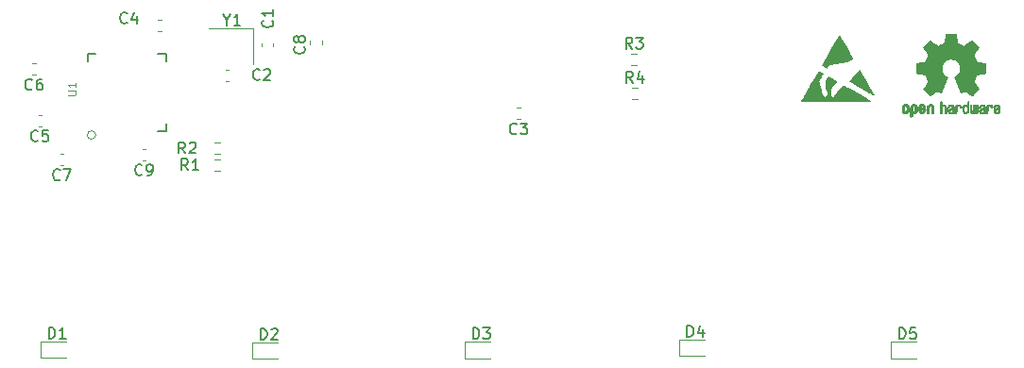
<source format=gbr>
%TF.GenerationSoftware,KiCad,Pcbnew,(5.1.7)-1*%
%TF.CreationDate,2020-12-03T18:42:53-08:00*%
%TF.ProjectId,k-5,6b2d352e-6b69-4636-9164-5f7063625858,rev?*%
%TF.SameCoordinates,Original*%
%TF.FileFunction,Legend,Top*%
%TF.FilePolarity,Positive*%
%FSLAX46Y46*%
G04 Gerber Fmt 4.6, Leading zero omitted, Abs format (unit mm)*
G04 Created by KiCad (PCBNEW (5.1.7)-1) date 2020-12-03 18:42:53*
%MOMM*%
%LPD*%
G01*
G04 APERTURE LIST*
%ADD10C,0.010000*%
%ADD11C,0.120000*%
%ADD12C,0.100000*%
%ADD13C,0.127000*%
%ADD14C,0.150000*%
%ADD15C,0.015000*%
G04 APERTURE END LIST*
D10*
%TO.C,REF\u002A\u002A*%
G36*
X165264043Y-59950835D02*
G01*
X165287065Y-59988245D01*
X165322534Y-60047514D01*
X165368996Y-60126118D01*
X165424996Y-60221538D01*
X165489081Y-60331250D01*
X165559796Y-60452734D01*
X165635687Y-60583468D01*
X165715299Y-60720930D01*
X165797178Y-60862598D01*
X165879870Y-61005951D01*
X165961921Y-61148467D01*
X166041876Y-61287624D01*
X166118281Y-61420901D01*
X166189682Y-61545776D01*
X166254624Y-61659727D01*
X166311653Y-61760233D01*
X166359315Y-61844772D01*
X166396155Y-61910822D01*
X166420720Y-61955862D01*
X166431554Y-61977370D01*
X166431951Y-61978714D01*
X166418501Y-61996965D01*
X166381114Y-62024882D01*
X166324235Y-62059725D01*
X166252312Y-62098754D01*
X166177015Y-62135843D01*
X166074560Y-62180817D01*
X165966817Y-62221226D01*
X165850073Y-62257969D01*
X165720618Y-62291942D01*
X165574740Y-62324044D01*
X165408726Y-62355173D01*
X165218866Y-62386227D01*
X165022469Y-62415145D01*
X164851834Y-62440800D01*
X164708545Y-62466198D01*
X164589008Y-62492602D01*
X164489630Y-62521273D01*
X164406818Y-62553473D01*
X164336978Y-62590465D01*
X164276518Y-62633512D01*
X164221845Y-62683875D01*
X164204214Y-62702583D01*
X164166000Y-62746139D01*
X164137732Y-62781682D01*
X164124618Y-62802583D01*
X164124268Y-62804297D01*
X164119680Y-62814806D01*
X164103758Y-62814924D01*
X164073266Y-62803254D01*
X164024968Y-62778396D01*
X163955627Y-62738952D01*
X163907439Y-62710587D01*
X163835583Y-62666247D01*
X163779742Y-62628279D01*
X163743667Y-62599416D01*
X163731113Y-62582388D01*
X163731121Y-62582264D01*
X163738906Y-62566037D01*
X163760892Y-62525400D01*
X163795803Y-62462567D01*
X163842363Y-62379752D01*
X163899295Y-62279172D01*
X163965323Y-62163040D01*
X164039172Y-62033571D01*
X164119564Y-61892980D01*
X164205224Y-61743482D01*
X164294876Y-61587292D01*
X164387243Y-61426624D01*
X164481049Y-61263693D01*
X164575018Y-61100713D01*
X164667874Y-60939900D01*
X164758340Y-60783468D01*
X164845141Y-60633633D01*
X164927000Y-60492608D01*
X165002641Y-60362609D01*
X165070787Y-60245849D01*
X165130163Y-60144545D01*
X165179493Y-60060911D01*
X165217500Y-59997162D01*
X165242907Y-59955511D01*
X165254440Y-59938175D01*
X165254923Y-59937805D01*
X165264043Y-59950835D01*
G37*
X165264043Y-59950835D02*
X165287065Y-59988245D01*
X165322534Y-60047514D01*
X165368996Y-60126118D01*
X165424996Y-60221538D01*
X165489081Y-60331250D01*
X165559796Y-60452734D01*
X165635687Y-60583468D01*
X165715299Y-60720930D01*
X165797178Y-60862598D01*
X165879870Y-61005951D01*
X165961921Y-61148467D01*
X166041876Y-61287624D01*
X166118281Y-61420901D01*
X166189682Y-61545776D01*
X166254624Y-61659727D01*
X166311653Y-61760233D01*
X166359315Y-61844772D01*
X166396155Y-61910822D01*
X166420720Y-61955862D01*
X166431554Y-61977370D01*
X166431951Y-61978714D01*
X166418501Y-61996965D01*
X166381114Y-62024882D01*
X166324235Y-62059725D01*
X166252312Y-62098754D01*
X166177015Y-62135843D01*
X166074560Y-62180817D01*
X165966817Y-62221226D01*
X165850073Y-62257969D01*
X165720618Y-62291942D01*
X165574740Y-62324044D01*
X165408726Y-62355173D01*
X165218866Y-62386227D01*
X165022469Y-62415145D01*
X164851834Y-62440800D01*
X164708545Y-62466198D01*
X164589008Y-62492602D01*
X164489630Y-62521273D01*
X164406818Y-62553473D01*
X164336978Y-62590465D01*
X164276518Y-62633512D01*
X164221845Y-62683875D01*
X164204214Y-62702583D01*
X164166000Y-62746139D01*
X164137732Y-62781682D01*
X164124618Y-62802583D01*
X164124268Y-62804297D01*
X164119680Y-62814806D01*
X164103758Y-62814924D01*
X164073266Y-62803254D01*
X164024968Y-62778396D01*
X163955627Y-62738952D01*
X163907439Y-62710587D01*
X163835583Y-62666247D01*
X163779742Y-62628279D01*
X163743667Y-62599416D01*
X163731113Y-62582388D01*
X163731121Y-62582264D01*
X163738906Y-62566037D01*
X163760892Y-62525400D01*
X163795803Y-62462567D01*
X163842363Y-62379752D01*
X163899295Y-62279172D01*
X163965323Y-62163040D01*
X164039172Y-62033571D01*
X164119564Y-61892980D01*
X164205224Y-61743482D01*
X164294876Y-61587292D01*
X164387243Y-61426624D01*
X164481049Y-61263693D01*
X164575018Y-61100713D01*
X164667874Y-60939900D01*
X164758340Y-60783468D01*
X164845141Y-60633633D01*
X164927000Y-60492608D01*
X165002641Y-60362609D01*
X165070787Y-60245849D01*
X165130163Y-60144545D01*
X165179493Y-60060911D01*
X165217500Y-59997162D01*
X165242907Y-59955511D01*
X165254440Y-59938175D01*
X165254923Y-59937805D01*
X165264043Y-59950835D01*
G36*
X167087528Y-63099619D02*
G01*
X167098908Y-63118693D01*
X167124488Y-63162421D01*
X167163002Y-63228619D01*
X167213186Y-63315102D01*
X167273775Y-63419685D01*
X167343503Y-63540183D01*
X167421107Y-63674412D01*
X167505320Y-63820187D01*
X167594879Y-63975323D01*
X167686998Y-64135000D01*
X167781076Y-64298117D01*
X167871402Y-64454709D01*
X167956665Y-64602506D01*
X168035557Y-64739240D01*
X168106769Y-64862642D01*
X168168991Y-64970444D01*
X168220913Y-65060377D01*
X168261228Y-65130173D01*
X168288624Y-65177564D01*
X168301507Y-65199786D01*
X168322507Y-65237330D01*
X168333925Y-65260831D01*
X168334551Y-65264920D01*
X168320636Y-65257242D01*
X168281941Y-65235203D01*
X168220487Y-65199971D01*
X168138298Y-65152711D01*
X168037396Y-65094589D01*
X167919805Y-65026771D01*
X167787546Y-64950424D01*
X167642642Y-64866714D01*
X167487117Y-64776806D01*
X167322992Y-64681867D01*
X167260549Y-64645732D01*
X167093487Y-64549083D01*
X166934074Y-64456938D01*
X166784355Y-64370475D01*
X166646376Y-64290871D01*
X166522185Y-64219305D01*
X166413827Y-64156955D01*
X166323348Y-64104998D01*
X166252796Y-64064613D01*
X166204215Y-64036978D01*
X166179654Y-64023272D01*
X166177085Y-64021974D01*
X166184569Y-64010220D01*
X166210614Y-63978795D01*
X166252559Y-63930594D01*
X166307746Y-63868510D01*
X166373517Y-63795439D01*
X166447212Y-63714276D01*
X166526173Y-63627916D01*
X166607740Y-63539253D01*
X166689254Y-63451182D01*
X166768057Y-63366599D01*
X166841490Y-63288397D01*
X166906893Y-63219472D01*
X166961608Y-63162719D01*
X167002977Y-63121032D01*
X167017164Y-63107363D01*
X167064180Y-63063201D01*
X167087528Y-63099619D01*
G37*
X167087528Y-63099619D02*
X167098908Y-63118693D01*
X167124488Y-63162421D01*
X167163002Y-63228619D01*
X167213186Y-63315102D01*
X167273775Y-63419685D01*
X167343503Y-63540183D01*
X167421107Y-63674412D01*
X167505320Y-63820187D01*
X167594879Y-63975323D01*
X167686998Y-64135000D01*
X167781076Y-64298117D01*
X167871402Y-64454709D01*
X167956665Y-64602506D01*
X168035557Y-64739240D01*
X168106769Y-64862642D01*
X168168991Y-64970444D01*
X168220913Y-65060377D01*
X168261228Y-65130173D01*
X168288624Y-65177564D01*
X168301507Y-65199786D01*
X168322507Y-65237330D01*
X168333925Y-65260831D01*
X168334551Y-65264920D01*
X168320636Y-65257242D01*
X168281941Y-65235203D01*
X168220487Y-65199971D01*
X168138298Y-65152711D01*
X168037396Y-65094589D01*
X167919805Y-65026771D01*
X167787546Y-64950424D01*
X167642642Y-64866714D01*
X167487117Y-64776806D01*
X167322992Y-64681867D01*
X167260549Y-64645732D01*
X167093487Y-64549083D01*
X166934074Y-64456938D01*
X166784355Y-64370475D01*
X166646376Y-64290871D01*
X166522185Y-64219305D01*
X166413827Y-64156955D01*
X166323348Y-64104998D01*
X166252796Y-64064613D01*
X166204215Y-64036978D01*
X166179654Y-64023272D01*
X166177085Y-64021974D01*
X166184569Y-64010220D01*
X166210614Y-63978795D01*
X166252559Y-63930594D01*
X166307746Y-63868510D01*
X166373517Y-63795439D01*
X166447212Y-63714276D01*
X166526173Y-63627916D01*
X166607740Y-63539253D01*
X166689254Y-63451182D01*
X166768057Y-63366599D01*
X166841490Y-63288397D01*
X166906893Y-63219472D01*
X166961608Y-63162719D01*
X167002977Y-63121032D01*
X167017164Y-63107363D01*
X167064180Y-63063201D01*
X167087528Y-63099619D01*
G36*
X163422094Y-63156158D02*
G01*
X163454619Y-63168736D01*
X163504193Y-63193712D01*
X163575374Y-63232876D01*
X163580916Y-63235988D01*
X163646474Y-63273476D01*
X163701798Y-63306319D01*
X163741455Y-63331205D01*
X163760012Y-63344820D01*
X163760531Y-63345487D01*
X163756048Y-63364390D01*
X163735486Y-63406605D01*
X163700183Y-63469832D01*
X163651480Y-63551772D01*
X163590718Y-63650122D01*
X163519236Y-63762585D01*
X163501445Y-63790165D01*
X163455093Y-63866699D01*
X163421342Y-63932556D01*
X163403153Y-63981782D01*
X163401286Y-63991507D01*
X163402115Y-64034312D01*
X163411394Y-64102209D01*
X163427968Y-64190843D01*
X163450680Y-64295859D01*
X163478373Y-64412902D01*
X163509890Y-64537616D01*
X163544075Y-64665645D01*
X163579771Y-64792634D01*
X163615821Y-64914228D01*
X163651068Y-65026072D01*
X163684356Y-65123810D01*
X163714528Y-65203087D01*
X163735561Y-65250122D01*
X163760337Y-65300225D01*
X163783730Y-65348168D01*
X163784997Y-65350793D01*
X163823699Y-65399220D01*
X163880184Y-65431828D01*
X163945939Y-65447454D01*
X164012451Y-65444937D01*
X164071205Y-65423114D01*
X164104258Y-65394382D01*
X164151859Y-65315583D01*
X164186739Y-65217378D01*
X164205877Y-65109779D01*
X164208588Y-65048780D01*
X164197670Y-64934935D01*
X164165624Y-64840660D01*
X164110726Y-64761379D01*
X164093607Y-64743733D01*
X164042661Y-64694235D01*
X164039163Y-64344362D01*
X164035664Y-63994489D01*
X164124818Y-63859531D01*
X164166654Y-63798445D01*
X164206945Y-63743493D01*
X164239943Y-63702336D01*
X164254126Y-63687192D01*
X164294281Y-63649810D01*
X164348665Y-63679098D01*
X164383039Y-63700084D01*
X164401846Y-63716378D01*
X164403049Y-63719307D01*
X164415903Y-63731728D01*
X164437896Y-63740977D01*
X164459150Y-63749313D01*
X164491694Y-63765149D01*
X164538322Y-63790033D01*
X164601829Y-63825509D01*
X164685008Y-63873123D01*
X164790653Y-63934422D01*
X164848062Y-63967932D01*
X164915594Y-64008071D01*
X164959885Y-64036659D01*
X164984855Y-64057039D01*
X164994423Y-64072553D01*
X164992508Y-64086546D01*
X164990911Y-64089796D01*
X164975376Y-64110266D01*
X164942136Y-64148665D01*
X164895062Y-64200696D01*
X164838028Y-64262066D01*
X164788700Y-64314090D01*
X164675030Y-64437567D01*
X164586105Y-64544591D01*
X164521134Y-64636240D01*
X164479321Y-64713588D01*
X164465217Y-64752866D01*
X164459392Y-64787249D01*
X164453375Y-64845899D01*
X164447696Y-64922117D01*
X164442884Y-65009202D01*
X164440619Y-65064268D01*
X164437459Y-65159464D01*
X164436069Y-65229062D01*
X164436858Y-65278409D01*
X164440235Y-65312854D01*
X164446608Y-65337743D01*
X164456387Y-65358425D01*
X164464067Y-65371053D01*
X164508421Y-65419726D01*
X164565574Y-65453645D01*
X164625708Y-65468438D01*
X164670773Y-65463086D01*
X164711576Y-65439930D01*
X164762724Y-65398462D01*
X164817042Y-65345912D01*
X164867357Y-65289516D01*
X164906494Y-65236505D01*
X164920905Y-65210889D01*
X164942491Y-65175814D01*
X164981753Y-65122389D01*
X165035102Y-65054789D01*
X165098952Y-64977190D01*
X165169715Y-64893768D01*
X165243804Y-64808698D01*
X165317632Y-64726155D01*
X165387611Y-64650316D01*
X165450155Y-64585356D01*
X165499260Y-64537669D01*
X165553779Y-64490032D01*
X165599642Y-64454908D01*
X165631811Y-64435949D01*
X165642489Y-64433864D01*
X165658853Y-64442274D01*
X165699671Y-64464846D01*
X165762586Y-64500224D01*
X165845244Y-64547054D01*
X165945289Y-64603981D01*
X166060366Y-64669649D01*
X166188119Y-64742703D01*
X166326194Y-64821788D01*
X166472234Y-64905548D01*
X166623884Y-64992629D01*
X166778790Y-65081676D01*
X166934595Y-65171332D01*
X167088944Y-65260243D01*
X167239482Y-65347054D01*
X167383854Y-65430409D01*
X167519704Y-65508954D01*
X167644677Y-65581333D01*
X167756417Y-65646190D01*
X167852570Y-65702171D01*
X167930779Y-65747920D01*
X167988689Y-65782083D01*
X168023946Y-65803304D01*
X168034165Y-65809963D01*
X168020402Y-65811280D01*
X167977104Y-65812559D01*
X167905714Y-65813796D01*
X167807673Y-65814983D01*
X167684422Y-65816115D01*
X167537403Y-65817186D01*
X167368057Y-65818189D01*
X167177826Y-65819119D01*
X166968151Y-65819968D01*
X166740473Y-65820732D01*
X166496235Y-65821403D01*
X166236877Y-65821976D01*
X165963841Y-65822444D01*
X165678568Y-65822802D01*
X165382500Y-65823042D01*
X165077079Y-65823159D01*
X164948924Y-65823171D01*
X161848970Y-65823171D01*
X162070053Y-65439847D01*
X162116856Y-65358680D01*
X162177102Y-65254166D01*
X162248778Y-65129801D01*
X162329869Y-64989082D01*
X162418362Y-64835503D01*
X162512240Y-64672562D01*
X162609491Y-64503754D01*
X162708100Y-64332575D01*
X162806053Y-64162521D01*
X162830825Y-64119512D01*
X162921152Y-63962857D01*
X163007289Y-63813803D01*
X163087942Y-63674568D01*
X163161816Y-63547371D01*
X163227617Y-63434432D01*
X163284050Y-63337968D01*
X163329821Y-63260200D01*
X163363635Y-63203346D01*
X163384198Y-63169625D01*
X163389953Y-63161040D01*
X163402058Y-63154189D01*
X163422094Y-63156158D01*
G37*
X163422094Y-63156158D02*
X163454619Y-63168736D01*
X163504193Y-63193712D01*
X163575374Y-63232876D01*
X163580916Y-63235988D01*
X163646474Y-63273476D01*
X163701798Y-63306319D01*
X163741455Y-63331205D01*
X163760012Y-63344820D01*
X163760531Y-63345487D01*
X163756048Y-63364390D01*
X163735486Y-63406605D01*
X163700183Y-63469832D01*
X163651480Y-63551772D01*
X163590718Y-63650122D01*
X163519236Y-63762585D01*
X163501445Y-63790165D01*
X163455093Y-63866699D01*
X163421342Y-63932556D01*
X163403153Y-63981782D01*
X163401286Y-63991507D01*
X163402115Y-64034312D01*
X163411394Y-64102209D01*
X163427968Y-64190843D01*
X163450680Y-64295859D01*
X163478373Y-64412902D01*
X163509890Y-64537616D01*
X163544075Y-64665645D01*
X163579771Y-64792634D01*
X163615821Y-64914228D01*
X163651068Y-65026072D01*
X163684356Y-65123810D01*
X163714528Y-65203087D01*
X163735561Y-65250122D01*
X163760337Y-65300225D01*
X163783730Y-65348168D01*
X163784997Y-65350793D01*
X163823699Y-65399220D01*
X163880184Y-65431828D01*
X163945939Y-65447454D01*
X164012451Y-65444937D01*
X164071205Y-65423114D01*
X164104258Y-65394382D01*
X164151859Y-65315583D01*
X164186739Y-65217378D01*
X164205877Y-65109779D01*
X164208588Y-65048780D01*
X164197670Y-64934935D01*
X164165624Y-64840660D01*
X164110726Y-64761379D01*
X164093607Y-64743733D01*
X164042661Y-64694235D01*
X164039163Y-64344362D01*
X164035664Y-63994489D01*
X164124818Y-63859531D01*
X164166654Y-63798445D01*
X164206945Y-63743493D01*
X164239943Y-63702336D01*
X164254126Y-63687192D01*
X164294281Y-63649810D01*
X164348665Y-63679098D01*
X164383039Y-63700084D01*
X164401846Y-63716378D01*
X164403049Y-63719307D01*
X164415903Y-63731728D01*
X164437896Y-63740977D01*
X164459150Y-63749313D01*
X164491694Y-63765149D01*
X164538322Y-63790033D01*
X164601829Y-63825509D01*
X164685008Y-63873123D01*
X164790653Y-63934422D01*
X164848062Y-63967932D01*
X164915594Y-64008071D01*
X164959885Y-64036659D01*
X164984855Y-64057039D01*
X164994423Y-64072553D01*
X164992508Y-64086546D01*
X164990911Y-64089796D01*
X164975376Y-64110266D01*
X164942136Y-64148665D01*
X164895062Y-64200696D01*
X164838028Y-64262066D01*
X164788700Y-64314090D01*
X164675030Y-64437567D01*
X164586105Y-64544591D01*
X164521134Y-64636240D01*
X164479321Y-64713588D01*
X164465217Y-64752866D01*
X164459392Y-64787249D01*
X164453375Y-64845899D01*
X164447696Y-64922117D01*
X164442884Y-65009202D01*
X164440619Y-65064268D01*
X164437459Y-65159464D01*
X164436069Y-65229062D01*
X164436858Y-65278409D01*
X164440235Y-65312854D01*
X164446608Y-65337743D01*
X164456387Y-65358425D01*
X164464067Y-65371053D01*
X164508421Y-65419726D01*
X164565574Y-65453645D01*
X164625708Y-65468438D01*
X164670773Y-65463086D01*
X164711576Y-65439930D01*
X164762724Y-65398462D01*
X164817042Y-65345912D01*
X164867357Y-65289516D01*
X164906494Y-65236505D01*
X164920905Y-65210889D01*
X164942491Y-65175814D01*
X164981753Y-65122389D01*
X165035102Y-65054789D01*
X165098952Y-64977190D01*
X165169715Y-64893768D01*
X165243804Y-64808698D01*
X165317632Y-64726155D01*
X165387611Y-64650316D01*
X165450155Y-64585356D01*
X165499260Y-64537669D01*
X165553779Y-64490032D01*
X165599642Y-64454908D01*
X165631811Y-64435949D01*
X165642489Y-64433864D01*
X165658853Y-64442274D01*
X165699671Y-64464846D01*
X165762586Y-64500224D01*
X165845244Y-64547054D01*
X165945289Y-64603981D01*
X166060366Y-64669649D01*
X166188119Y-64742703D01*
X166326194Y-64821788D01*
X166472234Y-64905548D01*
X166623884Y-64992629D01*
X166778790Y-65081676D01*
X166934595Y-65171332D01*
X167088944Y-65260243D01*
X167239482Y-65347054D01*
X167383854Y-65430409D01*
X167519704Y-65508954D01*
X167644677Y-65581333D01*
X167756417Y-65646190D01*
X167852570Y-65702171D01*
X167930779Y-65747920D01*
X167988689Y-65782083D01*
X168023946Y-65803304D01*
X168034165Y-65809963D01*
X168020402Y-65811280D01*
X167977104Y-65812559D01*
X167905714Y-65813796D01*
X167807673Y-65814983D01*
X167684422Y-65816115D01*
X167537403Y-65817186D01*
X167368057Y-65818189D01*
X167177826Y-65819119D01*
X166968151Y-65819968D01*
X166740473Y-65820732D01*
X166496235Y-65821403D01*
X166236877Y-65821976D01*
X165963841Y-65822444D01*
X165678568Y-65822802D01*
X165382500Y-65823042D01*
X165077079Y-65823159D01*
X164948924Y-65823171D01*
X161848970Y-65823171D01*
X162070053Y-65439847D01*
X162116856Y-65358680D01*
X162177102Y-65254166D01*
X162248778Y-65129801D01*
X162329869Y-64989082D01*
X162418362Y-64835503D01*
X162512240Y-64672562D01*
X162609491Y-64503754D01*
X162708100Y-64332575D01*
X162806053Y-64162521D01*
X162830825Y-64119512D01*
X162921152Y-63962857D01*
X163007289Y-63813803D01*
X163087942Y-63674568D01*
X163161816Y-63547371D01*
X163227617Y-63434432D01*
X163284050Y-63337968D01*
X163329821Y-63260200D01*
X163363635Y-63203346D01*
X163384198Y-63169625D01*
X163389953Y-63161040D01*
X163402058Y-63154189D01*
X163422094Y-63156158D01*
G36*
X175399878Y-59787776D02*
G01*
X175505612Y-59788355D01*
X175582132Y-59789922D01*
X175634372Y-59792972D01*
X175667263Y-59797996D01*
X175685737Y-59805489D01*
X175694727Y-59815944D01*
X175699163Y-59829853D01*
X175699594Y-59831654D01*
X175706333Y-59864145D01*
X175718808Y-59928252D01*
X175735719Y-60017151D01*
X175755771Y-60124019D01*
X175777664Y-60242033D01*
X175778429Y-60246178D01*
X175800359Y-60361831D01*
X175820877Y-60464014D01*
X175838659Y-60546598D01*
X175852381Y-60603456D01*
X175860718Y-60628458D01*
X175861116Y-60628901D01*
X175885677Y-60641110D01*
X175936315Y-60661456D01*
X176002095Y-60685545D01*
X176002461Y-60685674D01*
X176085317Y-60716818D01*
X176183000Y-60756491D01*
X176275077Y-60796381D01*
X176279434Y-60798353D01*
X176429407Y-60866420D01*
X176761498Y-60639639D01*
X176863374Y-60570504D01*
X176955657Y-60508697D01*
X177033003Y-60457733D01*
X177090064Y-60421127D01*
X177121495Y-60402394D01*
X177124479Y-60401004D01*
X177147321Y-60407190D01*
X177189982Y-60437035D01*
X177254128Y-60491947D01*
X177341421Y-60573334D01*
X177430535Y-60659922D01*
X177516441Y-60745247D01*
X177593327Y-60823108D01*
X177656564Y-60888697D01*
X177701523Y-60937205D01*
X177723576Y-60963825D01*
X177724396Y-60965195D01*
X177726834Y-60983463D01*
X177717650Y-61013295D01*
X177694574Y-61058721D01*
X177655337Y-61123770D01*
X177597670Y-61212470D01*
X177520795Y-61326657D01*
X177452570Y-61427162D01*
X177391582Y-61517303D01*
X177341356Y-61591849D01*
X177305416Y-61645565D01*
X177287287Y-61673218D01*
X177286146Y-61675095D01*
X177288359Y-61701590D01*
X177305138Y-61753086D01*
X177333142Y-61819851D01*
X177343122Y-61841172D01*
X177386672Y-61936159D01*
X177433134Y-62043937D01*
X177470877Y-62137192D01*
X177498073Y-62206406D01*
X177519675Y-62259006D01*
X177532158Y-62286497D01*
X177533709Y-62288616D01*
X177556668Y-62292124D01*
X177610786Y-62301738D01*
X177688868Y-62316089D01*
X177783719Y-62333807D01*
X177888143Y-62353525D01*
X177994944Y-62373874D01*
X178096926Y-62393486D01*
X178186894Y-62410991D01*
X178257653Y-62425022D01*
X178302006Y-62434209D01*
X178312885Y-62436807D01*
X178324122Y-62443218D01*
X178332605Y-62457697D01*
X178338714Y-62485133D01*
X178342832Y-62530411D01*
X178345341Y-62598420D01*
X178346621Y-62694047D01*
X178347054Y-62822180D01*
X178347077Y-62874701D01*
X178347077Y-63301845D01*
X178244500Y-63322091D01*
X178187431Y-63333070D01*
X178102269Y-63349095D01*
X177999372Y-63368233D01*
X177889096Y-63388551D01*
X177858615Y-63394132D01*
X177756855Y-63413917D01*
X177668205Y-63433373D01*
X177600108Y-63450697D01*
X177560004Y-63464088D01*
X177553323Y-63468079D01*
X177536919Y-63496342D01*
X177513399Y-63551109D01*
X177487316Y-63621588D01*
X177482142Y-63636769D01*
X177447956Y-63730896D01*
X177405523Y-63837101D01*
X177363997Y-63932473D01*
X177363792Y-63932916D01*
X177294640Y-64082525D01*
X177749512Y-64751617D01*
X177457500Y-65044116D01*
X177369180Y-65131170D01*
X177288625Y-65207909D01*
X177220360Y-65270237D01*
X177168908Y-65314056D01*
X177138794Y-65335270D01*
X177134474Y-65336616D01*
X177109111Y-65326016D01*
X177057358Y-65296547D01*
X176984868Y-65251705D01*
X176897294Y-65194984D01*
X176802612Y-65131462D01*
X176706516Y-65066668D01*
X176620837Y-65010287D01*
X176551016Y-64965788D01*
X176502494Y-64936639D01*
X176480782Y-64926308D01*
X176454293Y-64935050D01*
X176404062Y-64958087D01*
X176340451Y-64990631D01*
X176333708Y-64994249D01*
X176248046Y-65037210D01*
X176189306Y-65058279D01*
X176152772Y-65058503D01*
X176133731Y-65038928D01*
X176133620Y-65038654D01*
X176124102Y-65015472D01*
X176101403Y-64960441D01*
X176067282Y-64877822D01*
X176023500Y-64771872D01*
X175971816Y-64646852D01*
X175913992Y-64507020D01*
X175857991Y-64371637D01*
X175796447Y-64222234D01*
X175739939Y-64083832D01*
X175690161Y-63960673D01*
X175648806Y-63857002D01*
X175617568Y-63777059D01*
X175598141Y-63725088D01*
X175592154Y-63705692D01*
X175607168Y-63683443D01*
X175646439Y-63647982D01*
X175698807Y-63608887D01*
X175847941Y-63485245D01*
X175964511Y-63343522D01*
X176047118Y-63186704D01*
X176094366Y-63017775D01*
X176104857Y-62839722D01*
X176097231Y-62757539D01*
X176055682Y-62587031D01*
X175984123Y-62436459D01*
X175886995Y-62307309D01*
X175768734Y-62201064D01*
X175633780Y-62119210D01*
X175486571Y-62063232D01*
X175331544Y-62034615D01*
X175173139Y-62034844D01*
X175015794Y-62065405D01*
X174863946Y-62127782D01*
X174722035Y-62223460D01*
X174662803Y-62277572D01*
X174549203Y-62416520D01*
X174470106Y-62568361D01*
X174424986Y-62728667D01*
X174413316Y-62893012D01*
X174434569Y-63056971D01*
X174488220Y-63216118D01*
X174573740Y-63366025D01*
X174690605Y-63502267D01*
X174821193Y-63608887D01*
X174875588Y-63649642D01*
X174914014Y-63684718D01*
X174927846Y-63705726D01*
X174920603Y-63728635D01*
X174900005Y-63783365D01*
X174867746Y-63865672D01*
X174825521Y-63971315D01*
X174775023Y-64096050D01*
X174717948Y-64235636D01*
X174661854Y-64371670D01*
X174599967Y-64521201D01*
X174542644Y-64659767D01*
X174491644Y-64783107D01*
X174448727Y-64886964D01*
X174415653Y-64967080D01*
X174394181Y-65019195D01*
X174386225Y-65038654D01*
X174367429Y-65058423D01*
X174331074Y-65058365D01*
X174272479Y-65037441D01*
X174186968Y-64994613D01*
X174186292Y-64994249D01*
X174121907Y-64961012D01*
X174069861Y-64936802D01*
X174040512Y-64926404D01*
X174039217Y-64926308D01*
X174017124Y-64936855D01*
X173968348Y-64966184D01*
X173898331Y-65010827D01*
X173812514Y-65067314D01*
X173717388Y-65131462D01*
X173620540Y-65196411D01*
X173533253Y-65252896D01*
X173461181Y-65297421D01*
X173409977Y-65326490D01*
X173385526Y-65336616D01*
X173363010Y-65323307D01*
X173317742Y-65286112D01*
X173254244Y-65229128D01*
X173177039Y-65156449D01*
X173090651Y-65072171D01*
X173062399Y-65044016D01*
X172770287Y-64751416D01*
X172992631Y-64425104D01*
X173060202Y-64324897D01*
X173119507Y-64234963D01*
X173167217Y-64160510D01*
X173200007Y-64106751D01*
X173214548Y-64078894D01*
X173214974Y-64076912D01*
X173207308Y-64050655D01*
X173186689Y-63997837D01*
X173156685Y-63927310D01*
X173135625Y-63880093D01*
X173096248Y-63789694D01*
X173059165Y-63698366D01*
X173030415Y-63621200D01*
X173022605Y-63597692D01*
X173000417Y-63534916D01*
X172978727Y-63486411D01*
X172966813Y-63468079D01*
X172940523Y-63456859D01*
X172883142Y-63440954D01*
X172802118Y-63422167D01*
X172704895Y-63402299D01*
X172661385Y-63394132D01*
X172550896Y-63373829D01*
X172444916Y-63354170D01*
X172353801Y-63337088D01*
X172287908Y-63324518D01*
X172275500Y-63322091D01*
X172172923Y-63301845D01*
X172172923Y-62874701D01*
X172173153Y-62734246D01*
X172174099Y-62627979D01*
X172176141Y-62551013D01*
X172179662Y-62498460D01*
X172185043Y-62465433D01*
X172192666Y-62447045D01*
X172202912Y-62438408D01*
X172207115Y-62436807D01*
X172232470Y-62431127D01*
X172288484Y-62419795D01*
X172367964Y-62404179D01*
X172463712Y-62385647D01*
X172568533Y-62365569D01*
X172675232Y-62345312D01*
X172776613Y-62326246D01*
X172865479Y-62309739D01*
X172934637Y-62297159D01*
X172976889Y-62289875D01*
X172986290Y-62288616D01*
X172994807Y-62271763D01*
X173013660Y-62226870D01*
X173039324Y-62162430D01*
X173049123Y-62137192D01*
X173088648Y-62039686D01*
X173135192Y-61931959D01*
X173176877Y-61841172D01*
X173207550Y-61771753D01*
X173227956Y-61714710D01*
X173234768Y-61679777D01*
X173233682Y-61675095D01*
X173219285Y-61652991D01*
X173186412Y-61603831D01*
X173138590Y-61532848D01*
X173079348Y-61445278D01*
X173012215Y-61346357D01*
X172998941Y-61326830D01*
X172921046Y-61211140D01*
X172863787Y-61123044D01*
X172824881Y-61058486D01*
X172802044Y-61013411D01*
X172792994Y-60983763D01*
X172795448Y-60965485D01*
X172795511Y-60965369D01*
X172814827Y-60941361D01*
X172857551Y-60894947D01*
X172919051Y-60830937D01*
X172994698Y-60754145D01*
X173079861Y-60669382D01*
X173089465Y-60659922D01*
X173196790Y-60555989D01*
X173279615Y-60479675D01*
X173339605Y-60429571D01*
X173378423Y-60404270D01*
X173395520Y-60401004D01*
X173420473Y-60415250D01*
X173472255Y-60448156D01*
X173545520Y-60496208D01*
X173634920Y-60555890D01*
X173735111Y-60623688D01*
X173758501Y-60639639D01*
X174090593Y-60866420D01*
X174240565Y-60798353D01*
X174331770Y-60758685D01*
X174429669Y-60718791D01*
X174513831Y-60686983D01*
X174517538Y-60685674D01*
X174583369Y-60661576D01*
X174634116Y-60641200D01*
X174658842Y-60628936D01*
X174658884Y-60628901D01*
X174666729Y-60606734D01*
X174680066Y-60552217D01*
X174697570Y-60471480D01*
X174717917Y-60370650D01*
X174739782Y-60255856D01*
X174741571Y-60246178D01*
X174763504Y-60127904D01*
X174783640Y-60020542D01*
X174800680Y-59930917D01*
X174813328Y-59865851D01*
X174820284Y-59832168D01*
X174820406Y-59831654D01*
X174824639Y-59817325D01*
X174832871Y-59806507D01*
X174850033Y-59798706D01*
X174881058Y-59793429D01*
X174930878Y-59790182D01*
X175004424Y-59788472D01*
X175106629Y-59787807D01*
X175242425Y-59787693D01*
X175260000Y-59787692D01*
X175399878Y-59787776D01*
G37*
X175399878Y-59787776D02*
X175505612Y-59788355D01*
X175582132Y-59789922D01*
X175634372Y-59792972D01*
X175667263Y-59797996D01*
X175685737Y-59805489D01*
X175694727Y-59815944D01*
X175699163Y-59829853D01*
X175699594Y-59831654D01*
X175706333Y-59864145D01*
X175718808Y-59928252D01*
X175735719Y-60017151D01*
X175755771Y-60124019D01*
X175777664Y-60242033D01*
X175778429Y-60246178D01*
X175800359Y-60361831D01*
X175820877Y-60464014D01*
X175838659Y-60546598D01*
X175852381Y-60603456D01*
X175860718Y-60628458D01*
X175861116Y-60628901D01*
X175885677Y-60641110D01*
X175936315Y-60661456D01*
X176002095Y-60685545D01*
X176002461Y-60685674D01*
X176085317Y-60716818D01*
X176183000Y-60756491D01*
X176275077Y-60796381D01*
X176279434Y-60798353D01*
X176429407Y-60866420D01*
X176761498Y-60639639D01*
X176863374Y-60570504D01*
X176955657Y-60508697D01*
X177033003Y-60457733D01*
X177090064Y-60421127D01*
X177121495Y-60402394D01*
X177124479Y-60401004D01*
X177147321Y-60407190D01*
X177189982Y-60437035D01*
X177254128Y-60491947D01*
X177341421Y-60573334D01*
X177430535Y-60659922D01*
X177516441Y-60745247D01*
X177593327Y-60823108D01*
X177656564Y-60888697D01*
X177701523Y-60937205D01*
X177723576Y-60963825D01*
X177724396Y-60965195D01*
X177726834Y-60983463D01*
X177717650Y-61013295D01*
X177694574Y-61058721D01*
X177655337Y-61123770D01*
X177597670Y-61212470D01*
X177520795Y-61326657D01*
X177452570Y-61427162D01*
X177391582Y-61517303D01*
X177341356Y-61591849D01*
X177305416Y-61645565D01*
X177287287Y-61673218D01*
X177286146Y-61675095D01*
X177288359Y-61701590D01*
X177305138Y-61753086D01*
X177333142Y-61819851D01*
X177343122Y-61841172D01*
X177386672Y-61936159D01*
X177433134Y-62043937D01*
X177470877Y-62137192D01*
X177498073Y-62206406D01*
X177519675Y-62259006D01*
X177532158Y-62286497D01*
X177533709Y-62288616D01*
X177556668Y-62292124D01*
X177610786Y-62301738D01*
X177688868Y-62316089D01*
X177783719Y-62333807D01*
X177888143Y-62353525D01*
X177994944Y-62373874D01*
X178096926Y-62393486D01*
X178186894Y-62410991D01*
X178257653Y-62425022D01*
X178302006Y-62434209D01*
X178312885Y-62436807D01*
X178324122Y-62443218D01*
X178332605Y-62457697D01*
X178338714Y-62485133D01*
X178342832Y-62530411D01*
X178345341Y-62598420D01*
X178346621Y-62694047D01*
X178347054Y-62822180D01*
X178347077Y-62874701D01*
X178347077Y-63301845D01*
X178244500Y-63322091D01*
X178187431Y-63333070D01*
X178102269Y-63349095D01*
X177999372Y-63368233D01*
X177889096Y-63388551D01*
X177858615Y-63394132D01*
X177756855Y-63413917D01*
X177668205Y-63433373D01*
X177600108Y-63450697D01*
X177560004Y-63464088D01*
X177553323Y-63468079D01*
X177536919Y-63496342D01*
X177513399Y-63551109D01*
X177487316Y-63621588D01*
X177482142Y-63636769D01*
X177447956Y-63730896D01*
X177405523Y-63837101D01*
X177363997Y-63932473D01*
X177363792Y-63932916D01*
X177294640Y-64082525D01*
X177749512Y-64751617D01*
X177457500Y-65044116D01*
X177369180Y-65131170D01*
X177288625Y-65207909D01*
X177220360Y-65270237D01*
X177168908Y-65314056D01*
X177138794Y-65335270D01*
X177134474Y-65336616D01*
X177109111Y-65326016D01*
X177057358Y-65296547D01*
X176984868Y-65251705D01*
X176897294Y-65194984D01*
X176802612Y-65131462D01*
X176706516Y-65066668D01*
X176620837Y-65010287D01*
X176551016Y-64965788D01*
X176502494Y-64936639D01*
X176480782Y-64926308D01*
X176454293Y-64935050D01*
X176404062Y-64958087D01*
X176340451Y-64990631D01*
X176333708Y-64994249D01*
X176248046Y-65037210D01*
X176189306Y-65058279D01*
X176152772Y-65058503D01*
X176133731Y-65038928D01*
X176133620Y-65038654D01*
X176124102Y-65015472D01*
X176101403Y-64960441D01*
X176067282Y-64877822D01*
X176023500Y-64771872D01*
X175971816Y-64646852D01*
X175913992Y-64507020D01*
X175857991Y-64371637D01*
X175796447Y-64222234D01*
X175739939Y-64083832D01*
X175690161Y-63960673D01*
X175648806Y-63857002D01*
X175617568Y-63777059D01*
X175598141Y-63725088D01*
X175592154Y-63705692D01*
X175607168Y-63683443D01*
X175646439Y-63647982D01*
X175698807Y-63608887D01*
X175847941Y-63485245D01*
X175964511Y-63343522D01*
X176047118Y-63186704D01*
X176094366Y-63017775D01*
X176104857Y-62839722D01*
X176097231Y-62757539D01*
X176055682Y-62587031D01*
X175984123Y-62436459D01*
X175886995Y-62307309D01*
X175768734Y-62201064D01*
X175633780Y-62119210D01*
X175486571Y-62063232D01*
X175331544Y-62034615D01*
X175173139Y-62034844D01*
X175015794Y-62065405D01*
X174863946Y-62127782D01*
X174722035Y-62223460D01*
X174662803Y-62277572D01*
X174549203Y-62416520D01*
X174470106Y-62568361D01*
X174424986Y-62728667D01*
X174413316Y-62893012D01*
X174434569Y-63056971D01*
X174488220Y-63216118D01*
X174573740Y-63366025D01*
X174690605Y-63502267D01*
X174821193Y-63608887D01*
X174875588Y-63649642D01*
X174914014Y-63684718D01*
X174927846Y-63705726D01*
X174920603Y-63728635D01*
X174900005Y-63783365D01*
X174867746Y-63865672D01*
X174825521Y-63971315D01*
X174775023Y-64096050D01*
X174717948Y-64235636D01*
X174661854Y-64371670D01*
X174599967Y-64521201D01*
X174542644Y-64659767D01*
X174491644Y-64783107D01*
X174448727Y-64886964D01*
X174415653Y-64967080D01*
X174394181Y-65019195D01*
X174386225Y-65038654D01*
X174367429Y-65058423D01*
X174331074Y-65058365D01*
X174272479Y-65037441D01*
X174186968Y-64994613D01*
X174186292Y-64994249D01*
X174121907Y-64961012D01*
X174069861Y-64936802D01*
X174040512Y-64926404D01*
X174039217Y-64926308D01*
X174017124Y-64936855D01*
X173968348Y-64966184D01*
X173898331Y-65010827D01*
X173812514Y-65067314D01*
X173717388Y-65131462D01*
X173620540Y-65196411D01*
X173533253Y-65252896D01*
X173461181Y-65297421D01*
X173409977Y-65326490D01*
X173385526Y-65336616D01*
X173363010Y-65323307D01*
X173317742Y-65286112D01*
X173254244Y-65229128D01*
X173177039Y-65156449D01*
X173090651Y-65072171D01*
X173062399Y-65044016D01*
X172770287Y-64751416D01*
X172992631Y-64425104D01*
X173060202Y-64324897D01*
X173119507Y-64234963D01*
X173167217Y-64160510D01*
X173200007Y-64106751D01*
X173214548Y-64078894D01*
X173214974Y-64076912D01*
X173207308Y-64050655D01*
X173186689Y-63997837D01*
X173156685Y-63927310D01*
X173135625Y-63880093D01*
X173096248Y-63789694D01*
X173059165Y-63698366D01*
X173030415Y-63621200D01*
X173022605Y-63597692D01*
X173000417Y-63534916D01*
X172978727Y-63486411D01*
X172966813Y-63468079D01*
X172940523Y-63456859D01*
X172883142Y-63440954D01*
X172802118Y-63422167D01*
X172704895Y-63402299D01*
X172661385Y-63394132D01*
X172550896Y-63373829D01*
X172444916Y-63354170D01*
X172353801Y-63337088D01*
X172287908Y-63324518D01*
X172275500Y-63322091D01*
X172172923Y-63301845D01*
X172172923Y-62874701D01*
X172173153Y-62734246D01*
X172174099Y-62627979D01*
X172176141Y-62551013D01*
X172179662Y-62498460D01*
X172185043Y-62465433D01*
X172192666Y-62447045D01*
X172202912Y-62438408D01*
X172207115Y-62436807D01*
X172232470Y-62431127D01*
X172288484Y-62419795D01*
X172367964Y-62404179D01*
X172463712Y-62385647D01*
X172568533Y-62365569D01*
X172675232Y-62345312D01*
X172776613Y-62326246D01*
X172865479Y-62309739D01*
X172934637Y-62297159D01*
X172976889Y-62289875D01*
X172986290Y-62288616D01*
X172994807Y-62271763D01*
X173013660Y-62226870D01*
X173039324Y-62162430D01*
X173049123Y-62137192D01*
X173088648Y-62039686D01*
X173135192Y-61931959D01*
X173176877Y-61841172D01*
X173207550Y-61771753D01*
X173227956Y-61714710D01*
X173234768Y-61679777D01*
X173233682Y-61675095D01*
X173219285Y-61652991D01*
X173186412Y-61603831D01*
X173138590Y-61532848D01*
X173079348Y-61445278D01*
X173012215Y-61346357D01*
X172998941Y-61326830D01*
X172921046Y-61211140D01*
X172863787Y-61123044D01*
X172824881Y-61058486D01*
X172802044Y-61013411D01*
X172792994Y-60983763D01*
X172795448Y-60965485D01*
X172795511Y-60965369D01*
X172814827Y-60941361D01*
X172857551Y-60894947D01*
X172919051Y-60830937D01*
X172994698Y-60754145D01*
X173079861Y-60669382D01*
X173089465Y-60659922D01*
X173196790Y-60555989D01*
X173279615Y-60479675D01*
X173339605Y-60429571D01*
X173378423Y-60404270D01*
X173395520Y-60401004D01*
X173420473Y-60415250D01*
X173472255Y-60448156D01*
X173545520Y-60496208D01*
X173634920Y-60555890D01*
X173735111Y-60623688D01*
X173758501Y-60639639D01*
X174090593Y-60866420D01*
X174240565Y-60798353D01*
X174331770Y-60758685D01*
X174429669Y-60718791D01*
X174513831Y-60686983D01*
X174517538Y-60685674D01*
X174583369Y-60661576D01*
X174634116Y-60641200D01*
X174658842Y-60628936D01*
X174658884Y-60628901D01*
X174666729Y-60606734D01*
X174680066Y-60552217D01*
X174697570Y-60471480D01*
X174717917Y-60370650D01*
X174739782Y-60255856D01*
X174741571Y-60246178D01*
X174763504Y-60127904D01*
X174783640Y-60020542D01*
X174800680Y-59930917D01*
X174813328Y-59865851D01*
X174820284Y-59832168D01*
X174820406Y-59831654D01*
X174824639Y-59817325D01*
X174832871Y-59806507D01*
X174850033Y-59798706D01*
X174881058Y-59793429D01*
X174930878Y-59790182D01*
X175004424Y-59788472D01*
X175106629Y-59787807D01*
X175242425Y-59787693D01*
X175260000Y-59787692D01*
X175399878Y-59787776D01*
G36*
X179505224Y-66147838D02*
G01*
X179582528Y-66198361D01*
X179619814Y-66243590D01*
X179649353Y-66325663D01*
X179651699Y-66390607D01*
X179646385Y-66477445D01*
X179446115Y-66565103D01*
X179348739Y-66609887D01*
X179285113Y-66645913D01*
X179252029Y-66677117D01*
X179246280Y-66707436D01*
X179264658Y-66740805D01*
X179284923Y-66762923D01*
X179343889Y-66798393D01*
X179408024Y-66800879D01*
X179466926Y-66773235D01*
X179510197Y-66718320D01*
X179517936Y-66698928D01*
X179555006Y-66638364D01*
X179597654Y-66612552D01*
X179656154Y-66590471D01*
X179656154Y-66674184D01*
X179650982Y-66731150D01*
X179630723Y-66779189D01*
X179588262Y-66834346D01*
X179581951Y-66841514D01*
X179534720Y-66890585D01*
X179494121Y-66916920D01*
X179443328Y-66929035D01*
X179401220Y-66933003D01*
X179325902Y-66933991D01*
X179272286Y-66921466D01*
X179238838Y-66902869D01*
X179186268Y-66861975D01*
X179149879Y-66817748D01*
X179126850Y-66762126D01*
X179114359Y-66687047D01*
X179109587Y-66584449D01*
X179109206Y-66532376D01*
X179110501Y-66469948D01*
X179228471Y-66469948D01*
X179229839Y-66503438D01*
X179233249Y-66508923D01*
X179255753Y-66501472D01*
X179304182Y-66481753D01*
X179368908Y-66453718D01*
X179382443Y-66447692D01*
X179464244Y-66406096D01*
X179509312Y-66369538D01*
X179519217Y-66335296D01*
X179495526Y-66300648D01*
X179475960Y-66285339D01*
X179405360Y-66254721D01*
X179339280Y-66259780D01*
X179283959Y-66297151D01*
X179245636Y-66363473D01*
X179233349Y-66416116D01*
X179228471Y-66469948D01*
X179110501Y-66469948D01*
X179111730Y-66410720D01*
X179121032Y-66320710D01*
X179139460Y-66255167D01*
X179169360Y-66206912D01*
X179213080Y-66168767D01*
X179232141Y-66156440D01*
X179318726Y-66124336D01*
X179413522Y-66122316D01*
X179505224Y-66147838D01*
G37*
X179505224Y-66147838D02*
X179582528Y-66198361D01*
X179619814Y-66243590D01*
X179649353Y-66325663D01*
X179651699Y-66390607D01*
X179646385Y-66477445D01*
X179446115Y-66565103D01*
X179348739Y-66609887D01*
X179285113Y-66645913D01*
X179252029Y-66677117D01*
X179246280Y-66707436D01*
X179264658Y-66740805D01*
X179284923Y-66762923D01*
X179343889Y-66798393D01*
X179408024Y-66800879D01*
X179466926Y-66773235D01*
X179510197Y-66718320D01*
X179517936Y-66698928D01*
X179555006Y-66638364D01*
X179597654Y-66612552D01*
X179656154Y-66590471D01*
X179656154Y-66674184D01*
X179650982Y-66731150D01*
X179630723Y-66779189D01*
X179588262Y-66834346D01*
X179581951Y-66841514D01*
X179534720Y-66890585D01*
X179494121Y-66916920D01*
X179443328Y-66929035D01*
X179401220Y-66933003D01*
X179325902Y-66933991D01*
X179272286Y-66921466D01*
X179238838Y-66902869D01*
X179186268Y-66861975D01*
X179149879Y-66817748D01*
X179126850Y-66762126D01*
X179114359Y-66687047D01*
X179109587Y-66584449D01*
X179109206Y-66532376D01*
X179110501Y-66469948D01*
X179228471Y-66469948D01*
X179229839Y-66503438D01*
X179233249Y-66508923D01*
X179255753Y-66501472D01*
X179304182Y-66481753D01*
X179368908Y-66453718D01*
X179382443Y-66447692D01*
X179464244Y-66406096D01*
X179509312Y-66369538D01*
X179519217Y-66335296D01*
X179495526Y-66300648D01*
X179475960Y-66285339D01*
X179405360Y-66254721D01*
X179339280Y-66259780D01*
X179283959Y-66297151D01*
X179245636Y-66363473D01*
X179233349Y-66416116D01*
X179228471Y-66469948D01*
X179110501Y-66469948D01*
X179111730Y-66410720D01*
X179121032Y-66320710D01*
X179139460Y-66255167D01*
X179169360Y-66206912D01*
X179213080Y-66168767D01*
X179232141Y-66156440D01*
X179318726Y-66124336D01*
X179413522Y-66122316D01*
X179505224Y-66147838D01*
G36*
X178830807Y-66136782D02*
G01*
X178854161Y-66146988D01*
X178909902Y-66191134D01*
X178957569Y-66254967D01*
X178987048Y-66323087D01*
X178991846Y-66356670D01*
X178975760Y-66403556D01*
X178940475Y-66428365D01*
X178902644Y-66443387D01*
X178885321Y-66446155D01*
X178876886Y-66426066D01*
X178860230Y-66382351D01*
X178852923Y-66362598D01*
X178811948Y-66294271D01*
X178752622Y-66260191D01*
X178676552Y-66261239D01*
X178670918Y-66262581D01*
X178630305Y-66281836D01*
X178600448Y-66319375D01*
X178580055Y-66379809D01*
X178567836Y-66467751D01*
X178562500Y-66587813D01*
X178562000Y-66651698D01*
X178561752Y-66752403D01*
X178560126Y-66821054D01*
X178555801Y-66864673D01*
X178547454Y-66890282D01*
X178533765Y-66904903D01*
X178513411Y-66915558D01*
X178512234Y-66916095D01*
X178473038Y-66932667D01*
X178453619Y-66938769D01*
X178450635Y-66920319D01*
X178448081Y-66869323D01*
X178446140Y-66792308D01*
X178444997Y-66695805D01*
X178444769Y-66625184D01*
X178445932Y-66488525D01*
X178450479Y-66384851D01*
X178459999Y-66308108D01*
X178476081Y-66252246D01*
X178500313Y-66211212D01*
X178534286Y-66178954D01*
X178567833Y-66156440D01*
X178648499Y-66126476D01*
X178742381Y-66119718D01*
X178830807Y-66136782D01*
G37*
X178830807Y-66136782D02*
X178854161Y-66146988D01*
X178909902Y-66191134D01*
X178957569Y-66254967D01*
X178987048Y-66323087D01*
X178991846Y-66356670D01*
X178975760Y-66403556D01*
X178940475Y-66428365D01*
X178902644Y-66443387D01*
X178885321Y-66446155D01*
X178876886Y-66426066D01*
X178860230Y-66382351D01*
X178852923Y-66362598D01*
X178811948Y-66294271D01*
X178752622Y-66260191D01*
X178676552Y-66261239D01*
X178670918Y-66262581D01*
X178630305Y-66281836D01*
X178600448Y-66319375D01*
X178580055Y-66379809D01*
X178567836Y-66467751D01*
X178562500Y-66587813D01*
X178562000Y-66651698D01*
X178561752Y-66752403D01*
X178560126Y-66821054D01*
X178555801Y-66864673D01*
X178547454Y-66890282D01*
X178533765Y-66904903D01*
X178513411Y-66915558D01*
X178512234Y-66916095D01*
X178473038Y-66932667D01*
X178453619Y-66938769D01*
X178450635Y-66920319D01*
X178448081Y-66869323D01*
X178446140Y-66792308D01*
X178444997Y-66695805D01*
X178444769Y-66625184D01*
X178445932Y-66488525D01*
X178450479Y-66384851D01*
X178459999Y-66308108D01*
X178476081Y-66252246D01*
X178500313Y-66211212D01*
X178534286Y-66178954D01*
X178567833Y-66156440D01*
X178648499Y-66126476D01*
X178742381Y-66119718D01*
X178830807Y-66136782D01*
G36*
X178147333Y-66133528D02*
G01*
X178203590Y-66159117D01*
X178247747Y-66190124D01*
X178280101Y-66224795D01*
X178302438Y-66269520D01*
X178316546Y-66330692D01*
X178324211Y-66414701D01*
X178327220Y-66527940D01*
X178327538Y-66602509D01*
X178327538Y-66893420D01*
X178277773Y-66916095D01*
X178238576Y-66932667D01*
X178219157Y-66938769D01*
X178215442Y-66920610D01*
X178212495Y-66871648D01*
X178210691Y-66800153D01*
X178210308Y-66743385D01*
X178208661Y-66661371D01*
X178204222Y-66596309D01*
X178197740Y-66556467D01*
X178192590Y-66548000D01*
X178157977Y-66556646D01*
X178103640Y-66578823D01*
X178040722Y-66608886D01*
X177980368Y-66641192D01*
X177933721Y-66670098D01*
X177911926Y-66689961D01*
X177911839Y-66690175D01*
X177913714Y-66726935D01*
X177930525Y-66762026D01*
X177960039Y-66790528D01*
X178003116Y-66800061D01*
X178039932Y-66798950D01*
X178092074Y-66798133D01*
X178119444Y-66810349D01*
X178135882Y-66842624D01*
X178137955Y-66848710D01*
X178145081Y-66894739D01*
X178126024Y-66922687D01*
X178076353Y-66936007D01*
X178022697Y-66938470D01*
X177926142Y-66920210D01*
X177876159Y-66894131D01*
X177814429Y-66832868D01*
X177781690Y-66757670D01*
X177778753Y-66678211D01*
X177806424Y-66604167D01*
X177848047Y-66557769D01*
X177889604Y-66531793D01*
X177954922Y-66498907D01*
X178031038Y-66465557D01*
X178043726Y-66460461D01*
X178127333Y-66423565D01*
X178175530Y-66391046D01*
X178191030Y-66358718D01*
X178176550Y-66322394D01*
X178151692Y-66294000D01*
X178092939Y-66259039D01*
X178028293Y-66256417D01*
X177969008Y-66283358D01*
X177926339Y-66337088D01*
X177920739Y-66350950D01*
X177888133Y-66401936D01*
X177840530Y-66439787D01*
X177780461Y-66470850D01*
X177780461Y-66382768D01*
X177783997Y-66328951D01*
X177799156Y-66286534D01*
X177832768Y-66241279D01*
X177865035Y-66206420D01*
X177915209Y-66157062D01*
X177954193Y-66130547D01*
X177996064Y-66119911D01*
X178043460Y-66118154D01*
X178147333Y-66133528D01*
G37*
X178147333Y-66133528D02*
X178203590Y-66159117D01*
X178247747Y-66190124D01*
X178280101Y-66224795D01*
X178302438Y-66269520D01*
X178316546Y-66330692D01*
X178324211Y-66414701D01*
X178327220Y-66527940D01*
X178327538Y-66602509D01*
X178327538Y-66893420D01*
X178277773Y-66916095D01*
X178238576Y-66932667D01*
X178219157Y-66938769D01*
X178215442Y-66920610D01*
X178212495Y-66871648D01*
X178210691Y-66800153D01*
X178210308Y-66743385D01*
X178208661Y-66661371D01*
X178204222Y-66596309D01*
X178197740Y-66556467D01*
X178192590Y-66548000D01*
X178157977Y-66556646D01*
X178103640Y-66578823D01*
X178040722Y-66608886D01*
X177980368Y-66641192D01*
X177933721Y-66670098D01*
X177911926Y-66689961D01*
X177911839Y-66690175D01*
X177913714Y-66726935D01*
X177930525Y-66762026D01*
X177960039Y-66790528D01*
X178003116Y-66800061D01*
X178039932Y-66798950D01*
X178092074Y-66798133D01*
X178119444Y-66810349D01*
X178135882Y-66842624D01*
X178137955Y-66848710D01*
X178145081Y-66894739D01*
X178126024Y-66922687D01*
X178076353Y-66936007D01*
X178022697Y-66938470D01*
X177926142Y-66920210D01*
X177876159Y-66894131D01*
X177814429Y-66832868D01*
X177781690Y-66757670D01*
X177778753Y-66678211D01*
X177806424Y-66604167D01*
X177848047Y-66557769D01*
X177889604Y-66531793D01*
X177954922Y-66498907D01*
X178031038Y-66465557D01*
X178043726Y-66460461D01*
X178127333Y-66423565D01*
X178175530Y-66391046D01*
X178191030Y-66358718D01*
X178176550Y-66322394D01*
X178151692Y-66294000D01*
X178092939Y-66259039D01*
X178028293Y-66256417D01*
X177969008Y-66283358D01*
X177926339Y-66337088D01*
X177920739Y-66350950D01*
X177888133Y-66401936D01*
X177840530Y-66439787D01*
X177780461Y-66470850D01*
X177780461Y-66382768D01*
X177783997Y-66328951D01*
X177799156Y-66286534D01*
X177832768Y-66241279D01*
X177865035Y-66206420D01*
X177915209Y-66157062D01*
X177954193Y-66130547D01*
X177996064Y-66119911D01*
X178043460Y-66118154D01*
X178147333Y-66133528D01*
G36*
X177655929Y-66136662D02*
G01*
X177658911Y-66188068D01*
X177661247Y-66266192D01*
X177662749Y-66364857D01*
X177663231Y-66468343D01*
X177663231Y-66818533D01*
X177601401Y-66880363D01*
X177558793Y-66918462D01*
X177521390Y-66933895D01*
X177470270Y-66932918D01*
X177449978Y-66930433D01*
X177386554Y-66923200D01*
X177334095Y-66919055D01*
X177321308Y-66918672D01*
X177278199Y-66921176D01*
X177216544Y-66927462D01*
X177192638Y-66930433D01*
X177133922Y-66935028D01*
X177094464Y-66925046D01*
X177055338Y-66894228D01*
X177041215Y-66880363D01*
X176979385Y-66818533D01*
X176979385Y-66163503D01*
X177029150Y-66140829D01*
X177072002Y-66124034D01*
X177097073Y-66118154D01*
X177103501Y-66136736D01*
X177109509Y-66188655D01*
X177114697Y-66268172D01*
X177118664Y-66369546D01*
X177120577Y-66455192D01*
X177125923Y-66792231D01*
X177172560Y-66798825D01*
X177214976Y-66794214D01*
X177235760Y-66779287D01*
X177241570Y-66751377D01*
X177246530Y-66691925D01*
X177250246Y-66608466D01*
X177252324Y-66508532D01*
X177252624Y-66457104D01*
X177252923Y-66161054D01*
X177314454Y-66139604D01*
X177358004Y-66125020D01*
X177381694Y-66118219D01*
X177382377Y-66118154D01*
X177384754Y-66136642D01*
X177387366Y-66187906D01*
X177389995Y-66265649D01*
X177392421Y-66363574D01*
X177394115Y-66455192D01*
X177399461Y-66792231D01*
X177516692Y-66792231D01*
X177522072Y-66484746D01*
X177527451Y-66177261D01*
X177584601Y-66147707D01*
X177626797Y-66127413D01*
X177651770Y-66118204D01*
X177652491Y-66118154D01*
X177655929Y-66136662D01*
G37*
X177655929Y-66136662D02*
X177658911Y-66188068D01*
X177661247Y-66266192D01*
X177662749Y-66364857D01*
X177663231Y-66468343D01*
X177663231Y-66818533D01*
X177601401Y-66880363D01*
X177558793Y-66918462D01*
X177521390Y-66933895D01*
X177470270Y-66932918D01*
X177449978Y-66930433D01*
X177386554Y-66923200D01*
X177334095Y-66919055D01*
X177321308Y-66918672D01*
X177278199Y-66921176D01*
X177216544Y-66927462D01*
X177192638Y-66930433D01*
X177133922Y-66935028D01*
X177094464Y-66925046D01*
X177055338Y-66894228D01*
X177041215Y-66880363D01*
X176979385Y-66818533D01*
X176979385Y-66163503D01*
X177029150Y-66140829D01*
X177072002Y-66124034D01*
X177097073Y-66118154D01*
X177103501Y-66136736D01*
X177109509Y-66188655D01*
X177114697Y-66268172D01*
X177118664Y-66369546D01*
X177120577Y-66455192D01*
X177125923Y-66792231D01*
X177172560Y-66798825D01*
X177214976Y-66794214D01*
X177235760Y-66779287D01*
X177241570Y-66751377D01*
X177246530Y-66691925D01*
X177250246Y-66608466D01*
X177252324Y-66508532D01*
X177252624Y-66457104D01*
X177252923Y-66161054D01*
X177314454Y-66139604D01*
X177358004Y-66125020D01*
X177381694Y-66118219D01*
X177382377Y-66118154D01*
X177384754Y-66136642D01*
X177387366Y-66187906D01*
X177389995Y-66265649D01*
X177392421Y-66363574D01*
X177394115Y-66455192D01*
X177399461Y-66792231D01*
X177516692Y-66792231D01*
X177522072Y-66484746D01*
X177527451Y-66177261D01*
X177584601Y-66147707D01*
X177626797Y-66127413D01*
X177651770Y-66118204D01*
X177652491Y-66118154D01*
X177655929Y-66136662D01*
G36*
X176862081Y-66280289D02*
G01*
X176861833Y-66426320D01*
X176860872Y-66538655D01*
X176858794Y-66622678D01*
X176855193Y-66683769D01*
X176849665Y-66727309D01*
X176841804Y-66758679D01*
X176831207Y-66783262D01*
X176823182Y-66797294D01*
X176756728Y-66873388D01*
X176672470Y-66921084D01*
X176579249Y-66938199D01*
X176485900Y-66922546D01*
X176430312Y-66894418D01*
X176371957Y-66845760D01*
X176332186Y-66786333D01*
X176308190Y-66708507D01*
X176297161Y-66604652D01*
X176295599Y-66528462D01*
X176295809Y-66522986D01*
X176432308Y-66522986D01*
X176433141Y-66610355D01*
X176436961Y-66668192D01*
X176445746Y-66706029D01*
X176461474Y-66733398D01*
X176480266Y-66754042D01*
X176543375Y-66793890D01*
X176611137Y-66797295D01*
X176675179Y-66764025D01*
X176680164Y-66759517D01*
X176701439Y-66736067D01*
X176714779Y-66708166D01*
X176722001Y-66666641D01*
X176724923Y-66602316D01*
X176725385Y-66531200D01*
X176724383Y-66441858D01*
X176720238Y-66382258D01*
X176711236Y-66343089D01*
X176695667Y-66315040D01*
X176682902Y-66300144D01*
X176623600Y-66262575D01*
X176555301Y-66258057D01*
X176490110Y-66286753D01*
X176477528Y-66297406D01*
X176456111Y-66321063D01*
X176442744Y-66349251D01*
X176435566Y-66391245D01*
X176432719Y-66456319D01*
X176432308Y-66522986D01*
X176295809Y-66522986D01*
X176300322Y-66405765D01*
X176316362Y-66313577D01*
X176346528Y-66244269D01*
X176393629Y-66190211D01*
X176430312Y-66162505D01*
X176496990Y-66132572D01*
X176574272Y-66118678D01*
X176646110Y-66122397D01*
X176686308Y-66137400D01*
X176702082Y-66141670D01*
X176712550Y-66125750D01*
X176719856Y-66083089D01*
X176725385Y-66018106D01*
X176731437Y-65945732D01*
X176739844Y-65902187D01*
X176755141Y-65877287D01*
X176781864Y-65860845D01*
X176798654Y-65853564D01*
X176862154Y-65826963D01*
X176862081Y-66280289D01*
G37*
X176862081Y-66280289D02*
X176861833Y-66426320D01*
X176860872Y-66538655D01*
X176858794Y-66622678D01*
X176855193Y-66683769D01*
X176849665Y-66727309D01*
X176841804Y-66758679D01*
X176831207Y-66783262D01*
X176823182Y-66797294D01*
X176756728Y-66873388D01*
X176672470Y-66921084D01*
X176579249Y-66938199D01*
X176485900Y-66922546D01*
X176430312Y-66894418D01*
X176371957Y-66845760D01*
X176332186Y-66786333D01*
X176308190Y-66708507D01*
X176297161Y-66604652D01*
X176295599Y-66528462D01*
X176295809Y-66522986D01*
X176432308Y-66522986D01*
X176433141Y-66610355D01*
X176436961Y-66668192D01*
X176445746Y-66706029D01*
X176461474Y-66733398D01*
X176480266Y-66754042D01*
X176543375Y-66793890D01*
X176611137Y-66797295D01*
X176675179Y-66764025D01*
X176680164Y-66759517D01*
X176701439Y-66736067D01*
X176714779Y-66708166D01*
X176722001Y-66666641D01*
X176724923Y-66602316D01*
X176725385Y-66531200D01*
X176724383Y-66441858D01*
X176720238Y-66382258D01*
X176711236Y-66343089D01*
X176695667Y-66315040D01*
X176682902Y-66300144D01*
X176623600Y-66262575D01*
X176555301Y-66258057D01*
X176490110Y-66286753D01*
X176477528Y-66297406D01*
X176456111Y-66321063D01*
X176442744Y-66349251D01*
X176435566Y-66391245D01*
X176432719Y-66456319D01*
X176432308Y-66522986D01*
X176295809Y-66522986D01*
X176300322Y-66405765D01*
X176316362Y-66313577D01*
X176346528Y-66244269D01*
X176393629Y-66190211D01*
X176430312Y-66162505D01*
X176496990Y-66132572D01*
X176574272Y-66118678D01*
X176646110Y-66122397D01*
X176686308Y-66137400D01*
X176702082Y-66141670D01*
X176712550Y-66125750D01*
X176719856Y-66083089D01*
X176725385Y-66018106D01*
X176731437Y-65945732D01*
X176739844Y-65902187D01*
X176755141Y-65877287D01*
X176781864Y-65860845D01*
X176798654Y-65853564D01*
X176862154Y-65826963D01*
X176862081Y-66280289D01*
G36*
X175973362Y-66124670D02*
G01*
X176062117Y-66157421D01*
X176134022Y-66215350D01*
X176162144Y-66256128D01*
X176192802Y-66330954D01*
X176192165Y-66385058D01*
X176159987Y-66421446D01*
X176148081Y-66427633D01*
X176096675Y-66446925D01*
X176070422Y-66441982D01*
X176061530Y-66409587D01*
X176061077Y-66391692D01*
X176044797Y-66325859D01*
X176002365Y-66279807D01*
X175943388Y-66257564D01*
X175877475Y-66263161D01*
X175823895Y-66292229D01*
X175805798Y-66308810D01*
X175792971Y-66328925D01*
X175784306Y-66359332D01*
X175778696Y-66406788D01*
X175775035Y-66478050D01*
X175772215Y-66579875D01*
X175771484Y-66612115D01*
X175768820Y-66722410D01*
X175765792Y-66800036D01*
X175761250Y-66851396D01*
X175754046Y-66882890D01*
X175743033Y-66900920D01*
X175727060Y-66911888D01*
X175716834Y-66916733D01*
X175673406Y-66933301D01*
X175647842Y-66938769D01*
X175639395Y-66920507D01*
X175634239Y-66865296D01*
X175632346Y-66772499D01*
X175633689Y-66641478D01*
X175634107Y-66621269D01*
X175637058Y-66501733D01*
X175640548Y-66414449D01*
X175645514Y-66352591D01*
X175652893Y-66309336D01*
X175663624Y-66277860D01*
X175678645Y-66251339D01*
X175686502Y-66239975D01*
X175731553Y-66189692D01*
X175781940Y-66150581D01*
X175788108Y-66147167D01*
X175878458Y-66120212D01*
X175973362Y-66124670D01*
G37*
X175973362Y-66124670D02*
X176062117Y-66157421D01*
X176134022Y-66215350D01*
X176162144Y-66256128D01*
X176192802Y-66330954D01*
X176192165Y-66385058D01*
X176159987Y-66421446D01*
X176148081Y-66427633D01*
X176096675Y-66446925D01*
X176070422Y-66441982D01*
X176061530Y-66409587D01*
X176061077Y-66391692D01*
X176044797Y-66325859D01*
X176002365Y-66279807D01*
X175943388Y-66257564D01*
X175877475Y-66263161D01*
X175823895Y-66292229D01*
X175805798Y-66308810D01*
X175792971Y-66328925D01*
X175784306Y-66359332D01*
X175778696Y-66406788D01*
X175775035Y-66478050D01*
X175772215Y-66579875D01*
X175771484Y-66612115D01*
X175768820Y-66722410D01*
X175765792Y-66800036D01*
X175761250Y-66851396D01*
X175754046Y-66882890D01*
X175743033Y-66900920D01*
X175727060Y-66911888D01*
X175716834Y-66916733D01*
X175673406Y-66933301D01*
X175647842Y-66938769D01*
X175639395Y-66920507D01*
X175634239Y-66865296D01*
X175632346Y-66772499D01*
X175633689Y-66641478D01*
X175634107Y-66621269D01*
X175637058Y-66501733D01*
X175640548Y-66414449D01*
X175645514Y-66352591D01*
X175652893Y-66309336D01*
X175663624Y-66277860D01*
X175678645Y-66251339D01*
X175686502Y-66239975D01*
X175731553Y-66189692D01*
X175781940Y-66150581D01*
X175788108Y-66147167D01*
X175878458Y-66120212D01*
X175973362Y-66124670D01*
G36*
X175313501Y-66126303D02*
G01*
X175390060Y-66154733D01*
X175390936Y-66155279D01*
X175438285Y-66190127D01*
X175473241Y-66230852D01*
X175497825Y-66283925D01*
X175514062Y-66355814D01*
X175523975Y-66452992D01*
X175529586Y-66581928D01*
X175530077Y-66600298D01*
X175537141Y-66877287D01*
X175477695Y-66908028D01*
X175434681Y-66928802D01*
X175408710Y-66938646D01*
X175407509Y-66938769D01*
X175403014Y-66920606D01*
X175399444Y-66871612D01*
X175397248Y-66800031D01*
X175396769Y-66742068D01*
X175396758Y-66648170D01*
X175392466Y-66589203D01*
X175377503Y-66561079D01*
X175345482Y-66559706D01*
X175290014Y-66580998D01*
X175206269Y-66620136D01*
X175144689Y-66652643D01*
X175113017Y-66680845D01*
X175103706Y-66711582D01*
X175103692Y-66713104D01*
X175119057Y-66766054D01*
X175164547Y-66794660D01*
X175234166Y-66798803D01*
X175284313Y-66798084D01*
X175310754Y-66812527D01*
X175327243Y-66847218D01*
X175336733Y-66891416D01*
X175323057Y-66916493D01*
X175317907Y-66920082D01*
X175269425Y-66934496D01*
X175201531Y-66936537D01*
X175131612Y-66926983D01*
X175082068Y-66909522D01*
X175013570Y-66851364D01*
X174974634Y-66770408D01*
X174966923Y-66707160D01*
X174972807Y-66650111D01*
X174994101Y-66603542D01*
X175036265Y-66562181D01*
X175104759Y-66520755D01*
X175205044Y-66473993D01*
X175211154Y-66471350D01*
X175301490Y-66429617D01*
X175357235Y-66395391D01*
X175381129Y-66364635D01*
X175375913Y-66333311D01*
X175344328Y-66297383D01*
X175334883Y-66289116D01*
X175271617Y-66257058D01*
X175206064Y-66258407D01*
X175148972Y-66289838D01*
X175111093Y-66348024D01*
X175107574Y-66359446D01*
X175073300Y-66414837D01*
X175029809Y-66441518D01*
X174966923Y-66467960D01*
X174966923Y-66399548D01*
X174986052Y-66300110D01*
X175042831Y-66208902D01*
X175072378Y-66178389D01*
X175139542Y-66139228D01*
X175224956Y-66121500D01*
X175313501Y-66126303D01*
G37*
X175313501Y-66126303D02*
X175390060Y-66154733D01*
X175390936Y-66155279D01*
X175438285Y-66190127D01*
X175473241Y-66230852D01*
X175497825Y-66283925D01*
X175514062Y-66355814D01*
X175523975Y-66452992D01*
X175529586Y-66581928D01*
X175530077Y-66600298D01*
X175537141Y-66877287D01*
X175477695Y-66908028D01*
X175434681Y-66928802D01*
X175408710Y-66938646D01*
X175407509Y-66938769D01*
X175403014Y-66920606D01*
X175399444Y-66871612D01*
X175397248Y-66800031D01*
X175396769Y-66742068D01*
X175396758Y-66648170D01*
X175392466Y-66589203D01*
X175377503Y-66561079D01*
X175345482Y-66559706D01*
X175290014Y-66580998D01*
X175206269Y-66620136D01*
X175144689Y-66652643D01*
X175113017Y-66680845D01*
X175103706Y-66711582D01*
X175103692Y-66713104D01*
X175119057Y-66766054D01*
X175164547Y-66794660D01*
X175234166Y-66798803D01*
X175284313Y-66798084D01*
X175310754Y-66812527D01*
X175327243Y-66847218D01*
X175336733Y-66891416D01*
X175323057Y-66916493D01*
X175317907Y-66920082D01*
X175269425Y-66934496D01*
X175201531Y-66936537D01*
X175131612Y-66926983D01*
X175082068Y-66909522D01*
X175013570Y-66851364D01*
X174974634Y-66770408D01*
X174966923Y-66707160D01*
X174972807Y-66650111D01*
X174994101Y-66603542D01*
X175036265Y-66562181D01*
X175104759Y-66520755D01*
X175205044Y-66473993D01*
X175211154Y-66471350D01*
X175301490Y-66429617D01*
X175357235Y-66395391D01*
X175381129Y-66364635D01*
X175375913Y-66333311D01*
X175344328Y-66297383D01*
X175334883Y-66289116D01*
X175271617Y-66257058D01*
X175206064Y-66258407D01*
X175148972Y-66289838D01*
X175111093Y-66348024D01*
X175107574Y-66359446D01*
X175073300Y-66414837D01*
X175029809Y-66441518D01*
X174966923Y-66467960D01*
X174966923Y-66399548D01*
X174986052Y-66300110D01*
X175042831Y-66208902D01*
X175072378Y-66178389D01*
X175139542Y-66139228D01*
X175224956Y-66121500D01*
X175313501Y-66126303D01*
G36*
X174419846Y-65992120D02*
G01*
X174425572Y-66071980D01*
X174432149Y-66119039D01*
X174441262Y-66139566D01*
X174454598Y-66139829D01*
X174458923Y-66137378D01*
X174516444Y-66119636D01*
X174591268Y-66120672D01*
X174667339Y-66138910D01*
X174714918Y-66162505D01*
X174763702Y-66200198D01*
X174799364Y-66242855D01*
X174823845Y-66297057D01*
X174839087Y-66369384D01*
X174847030Y-66466419D01*
X174849616Y-66594742D01*
X174849662Y-66619358D01*
X174849692Y-66895870D01*
X174788161Y-66917320D01*
X174744459Y-66931912D01*
X174720482Y-66938706D01*
X174719777Y-66938769D01*
X174717415Y-66920345D01*
X174715406Y-66869526D01*
X174713901Y-66792993D01*
X174713053Y-66697430D01*
X174712923Y-66639329D01*
X174712651Y-66524771D01*
X174711252Y-66442667D01*
X174707849Y-66386393D01*
X174701567Y-66349326D01*
X174691529Y-66324844D01*
X174676861Y-66306325D01*
X174667702Y-66297406D01*
X174604789Y-66261466D01*
X174536136Y-66258775D01*
X174473848Y-66289170D01*
X174462329Y-66300144D01*
X174445433Y-66320779D01*
X174433714Y-66345256D01*
X174426233Y-66380647D01*
X174422054Y-66434026D01*
X174420237Y-66512466D01*
X174419846Y-66620617D01*
X174419846Y-66895870D01*
X174358315Y-66917320D01*
X174314613Y-66931912D01*
X174290636Y-66938706D01*
X174289930Y-66938769D01*
X174288126Y-66920069D01*
X174286500Y-66867322D01*
X174285117Y-66785557D01*
X174284042Y-66679805D01*
X174283340Y-66555094D01*
X174283077Y-66416455D01*
X174283077Y-65881806D01*
X174410077Y-65828236D01*
X174419846Y-65992120D01*
G37*
X174419846Y-65992120D02*
X174425572Y-66071980D01*
X174432149Y-66119039D01*
X174441262Y-66139566D01*
X174454598Y-66139829D01*
X174458923Y-66137378D01*
X174516444Y-66119636D01*
X174591268Y-66120672D01*
X174667339Y-66138910D01*
X174714918Y-66162505D01*
X174763702Y-66200198D01*
X174799364Y-66242855D01*
X174823845Y-66297057D01*
X174839087Y-66369384D01*
X174847030Y-66466419D01*
X174849616Y-66594742D01*
X174849662Y-66619358D01*
X174849692Y-66895870D01*
X174788161Y-66917320D01*
X174744459Y-66931912D01*
X174720482Y-66938706D01*
X174719777Y-66938769D01*
X174717415Y-66920345D01*
X174715406Y-66869526D01*
X174713901Y-66792993D01*
X174713053Y-66697430D01*
X174712923Y-66639329D01*
X174712651Y-66524771D01*
X174711252Y-66442667D01*
X174707849Y-66386393D01*
X174701567Y-66349326D01*
X174691529Y-66324844D01*
X174676861Y-66306325D01*
X174667702Y-66297406D01*
X174604789Y-66261466D01*
X174536136Y-66258775D01*
X174473848Y-66289170D01*
X174462329Y-66300144D01*
X174445433Y-66320779D01*
X174433714Y-66345256D01*
X174426233Y-66380647D01*
X174422054Y-66434026D01*
X174420237Y-66512466D01*
X174419846Y-66620617D01*
X174419846Y-66895870D01*
X174358315Y-66917320D01*
X174314613Y-66931912D01*
X174290636Y-66938706D01*
X174289930Y-66938769D01*
X174288126Y-66920069D01*
X174286500Y-66867322D01*
X174285117Y-66785557D01*
X174284042Y-66679805D01*
X174283340Y-66555094D01*
X174283077Y-66416455D01*
X174283077Y-65881806D01*
X174410077Y-65828236D01*
X174419846Y-65992120D01*
G36*
X172794254Y-66099745D02*
G01*
X172871286Y-66151567D01*
X172930816Y-66226412D01*
X172966378Y-66321654D01*
X172973571Y-66391756D01*
X172972754Y-66421009D01*
X172965914Y-66443407D01*
X172947112Y-66463474D01*
X172910408Y-66485733D01*
X172849862Y-66514709D01*
X172759534Y-66554927D01*
X172759077Y-66555129D01*
X172675933Y-66593210D01*
X172607753Y-66627025D01*
X172561505Y-66652933D01*
X172544158Y-66667295D01*
X172544154Y-66667411D01*
X172559443Y-66698685D01*
X172595196Y-66733157D01*
X172636242Y-66757990D01*
X172657037Y-66762923D01*
X172713770Y-66745862D01*
X172762627Y-66703133D01*
X172786465Y-66656155D01*
X172809397Y-66621522D01*
X172854318Y-66582081D01*
X172907123Y-66548009D01*
X172953710Y-66529480D01*
X172963452Y-66528462D01*
X172974418Y-66545215D01*
X172975079Y-66588039D01*
X172967020Y-66645781D01*
X172951827Y-66707289D01*
X172931086Y-66761409D01*
X172930038Y-66763510D01*
X172867621Y-66850660D01*
X172786726Y-66909939D01*
X172694856Y-66939034D01*
X172599513Y-66935634D01*
X172508198Y-66897428D01*
X172504138Y-66894741D01*
X172432306Y-66829642D01*
X172385073Y-66744705D01*
X172358934Y-66633021D01*
X172355426Y-66601643D01*
X172349213Y-66453536D01*
X172356661Y-66384468D01*
X172544154Y-66384468D01*
X172546590Y-66427552D01*
X172559914Y-66440126D01*
X172593132Y-66430719D01*
X172645494Y-66408483D01*
X172704024Y-66380610D01*
X172705479Y-66379872D01*
X172755089Y-66353777D01*
X172775000Y-66336363D01*
X172770090Y-66318107D01*
X172749416Y-66294120D01*
X172696819Y-66259406D01*
X172640177Y-66256856D01*
X172589369Y-66282119D01*
X172554276Y-66330847D01*
X172544154Y-66384468D01*
X172356661Y-66384468D01*
X172361992Y-66335036D01*
X172394778Y-66241055D01*
X172440421Y-66175215D01*
X172522802Y-66108681D01*
X172613546Y-66075676D01*
X172706185Y-66073573D01*
X172794254Y-66099745D01*
G37*
X172794254Y-66099745D02*
X172871286Y-66151567D01*
X172930816Y-66226412D01*
X172966378Y-66321654D01*
X172973571Y-66391756D01*
X172972754Y-66421009D01*
X172965914Y-66443407D01*
X172947112Y-66463474D01*
X172910408Y-66485733D01*
X172849862Y-66514709D01*
X172759534Y-66554927D01*
X172759077Y-66555129D01*
X172675933Y-66593210D01*
X172607753Y-66627025D01*
X172561505Y-66652933D01*
X172544158Y-66667295D01*
X172544154Y-66667411D01*
X172559443Y-66698685D01*
X172595196Y-66733157D01*
X172636242Y-66757990D01*
X172657037Y-66762923D01*
X172713770Y-66745862D01*
X172762627Y-66703133D01*
X172786465Y-66656155D01*
X172809397Y-66621522D01*
X172854318Y-66582081D01*
X172907123Y-66548009D01*
X172953710Y-66529480D01*
X172963452Y-66528462D01*
X172974418Y-66545215D01*
X172975079Y-66588039D01*
X172967020Y-66645781D01*
X172951827Y-66707289D01*
X172931086Y-66761409D01*
X172930038Y-66763510D01*
X172867621Y-66850660D01*
X172786726Y-66909939D01*
X172694856Y-66939034D01*
X172599513Y-66935634D01*
X172508198Y-66897428D01*
X172504138Y-66894741D01*
X172432306Y-66829642D01*
X172385073Y-66744705D01*
X172358934Y-66633021D01*
X172355426Y-66601643D01*
X172349213Y-66453536D01*
X172356661Y-66384468D01*
X172544154Y-66384468D01*
X172546590Y-66427552D01*
X172559914Y-66440126D01*
X172593132Y-66430719D01*
X172645494Y-66408483D01*
X172704024Y-66380610D01*
X172705479Y-66379872D01*
X172755089Y-66353777D01*
X172775000Y-66336363D01*
X172770090Y-66318107D01*
X172749416Y-66294120D01*
X172696819Y-66259406D01*
X172640177Y-66256856D01*
X172589369Y-66282119D01*
X172554276Y-66330847D01*
X172544154Y-66384468D01*
X172356661Y-66384468D01*
X172361992Y-66335036D01*
X172394778Y-66241055D01*
X172440421Y-66175215D01*
X172522802Y-66108681D01*
X172613546Y-66075676D01*
X172706185Y-66073573D01*
X172794254Y-66099745D01*
G36*
X171276886Y-66087256D02*
G01*
X171368464Y-66135409D01*
X171436049Y-66212905D01*
X171460057Y-66262727D01*
X171478738Y-66337533D01*
X171488301Y-66432052D01*
X171489208Y-66535210D01*
X171481921Y-66635935D01*
X171466903Y-66723153D01*
X171444615Y-66785791D01*
X171437765Y-66796579D01*
X171356632Y-66877105D01*
X171260266Y-66925336D01*
X171155701Y-66939450D01*
X171049968Y-66917629D01*
X171020543Y-66904547D01*
X170963241Y-66864231D01*
X170912950Y-66810775D01*
X170908197Y-66803995D01*
X170888878Y-66771321D01*
X170876108Y-66736394D01*
X170868564Y-66690414D01*
X170864924Y-66624584D01*
X170863865Y-66530105D01*
X170863846Y-66508923D01*
X170863894Y-66502182D01*
X171059231Y-66502182D01*
X171060368Y-66591349D01*
X171064841Y-66650520D01*
X171074246Y-66688741D01*
X171090176Y-66715053D01*
X171098308Y-66723846D01*
X171145058Y-66757261D01*
X171190447Y-66755737D01*
X171236340Y-66726752D01*
X171263712Y-66695809D01*
X171279923Y-66650643D01*
X171289026Y-66579420D01*
X171289651Y-66571114D01*
X171291204Y-66442037D01*
X171274965Y-66346172D01*
X171241152Y-66284107D01*
X171189984Y-66256432D01*
X171171720Y-66254923D01*
X171123760Y-66262513D01*
X171090953Y-66288808D01*
X171070895Y-66339095D01*
X171061178Y-66418664D01*
X171059231Y-66502182D01*
X170863894Y-66502182D01*
X170864574Y-66408249D01*
X170867629Y-66337906D01*
X170874322Y-66289163D01*
X170885960Y-66253288D01*
X170903853Y-66221548D01*
X170907808Y-66215648D01*
X170974267Y-66136104D01*
X171046685Y-66089929D01*
X171134849Y-66071599D01*
X171164787Y-66070703D01*
X171276886Y-66087256D01*
G37*
X171276886Y-66087256D02*
X171368464Y-66135409D01*
X171436049Y-66212905D01*
X171460057Y-66262727D01*
X171478738Y-66337533D01*
X171488301Y-66432052D01*
X171489208Y-66535210D01*
X171481921Y-66635935D01*
X171466903Y-66723153D01*
X171444615Y-66785791D01*
X171437765Y-66796579D01*
X171356632Y-66877105D01*
X171260266Y-66925336D01*
X171155701Y-66939450D01*
X171049968Y-66917629D01*
X171020543Y-66904547D01*
X170963241Y-66864231D01*
X170912950Y-66810775D01*
X170908197Y-66803995D01*
X170888878Y-66771321D01*
X170876108Y-66736394D01*
X170868564Y-66690414D01*
X170864924Y-66624584D01*
X170863865Y-66530105D01*
X170863846Y-66508923D01*
X170863894Y-66502182D01*
X171059231Y-66502182D01*
X171060368Y-66591349D01*
X171064841Y-66650520D01*
X171074246Y-66688741D01*
X171090176Y-66715053D01*
X171098308Y-66723846D01*
X171145058Y-66757261D01*
X171190447Y-66755737D01*
X171236340Y-66726752D01*
X171263712Y-66695809D01*
X171279923Y-66650643D01*
X171289026Y-66579420D01*
X171289651Y-66571114D01*
X171291204Y-66442037D01*
X171274965Y-66346172D01*
X171241152Y-66284107D01*
X171189984Y-66256432D01*
X171171720Y-66254923D01*
X171123760Y-66262513D01*
X171090953Y-66288808D01*
X171070895Y-66339095D01*
X171061178Y-66418664D01*
X171059231Y-66502182D01*
X170863894Y-66502182D01*
X170864574Y-66408249D01*
X170867629Y-66337906D01*
X170874322Y-66289163D01*
X170885960Y-66253288D01*
X170903853Y-66221548D01*
X170907808Y-66215648D01*
X170974267Y-66136104D01*
X171046685Y-66089929D01*
X171134849Y-66071599D01*
X171164787Y-66070703D01*
X171276886Y-66087256D01*
G36*
X173531664Y-66095089D02*
G01*
X173594367Y-66131358D01*
X173637961Y-66167358D01*
X173669845Y-66205075D01*
X173691810Y-66251199D01*
X173705649Y-66312421D01*
X173713153Y-66395431D01*
X173716117Y-66506919D01*
X173716461Y-66587062D01*
X173716461Y-66882065D01*
X173550385Y-66956515D01*
X173540615Y-66633402D01*
X173536579Y-66512729D01*
X173532344Y-66425141D01*
X173527097Y-66364650D01*
X173520025Y-66325268D01*
X173510311Y-66301007D01*
X173497144Y-66285880D01*
X173492919Y-66282606D01*
X173428909Y-66257034D01*
X173364208Y-66267153D01*
X173325692Y-66294000D01*
X173310025Y-66313024D01*
X173299180Y-66337988D01*
X173292288Y-66375834D01*
X173288479Y-66433502D01*
X173286883Y-66517935D01*
X173286615Y-66605928D01*
X173286563Y-66716323D01*
X173284672Y-66794463D01*
X173278345Y-66847165D01*
X173264983Y-66881242D01*
X173241985Y-66903511D01*
X173206754Y-66920787D01*
X173159697Y-66938738D01*
X173108303Y-66958278D01*
X173114421Y-66611485D01*
X173116884Y-66486468D01*
X173119767Y-66394082D01*
X173123898Y-66327881D01*
X173130107Y-66281420D01*
X173139226Y-66248256D01*
X173152083Y-66221944D01*
X173167584Y-66198729D01*
X173242371Y-66124569D01*
X173333628Y-66081684D01*
X173432883Y-66071412D01*
X173531664Y-66095089D01*
G37*
X173531664Y-66095089D02*
X173594367Y-66131358D01*
X173637961Y-66167358D01*
X173669845Y-66205075D01*
X173691810Y-66251199D01*
X173705649Y-66312421D01*
X173713153Y-66395431D01*
X173716117Y-66506919D01*
X173716461Y-66587062D01*
X173716461Y-66882065D01*
X173550385Y-66956515D01*
X173540615Y-66633402D01*
X173536579Y-66512729D01*
X173532344Y-66425141D01*
X173527097Y-66364650D01*
X173520025Y-66325268D01*
X173510311Y-66301007D01*
X173497144Y-66285880D01*
X173492919Y-66282606D01*
X173428909Y-66257034D01*
X173364208Y-66267153D01*
X173325692Y-66294000D01*
X173310025Y-66313024D01*
X173299180Y-66337988D01*
X173292288Y-66375834D01*
X173288479Y-66433502D01*
X173286883Y-66517935D01*
X173286615Y-66605928D01*
X173286563Y-66716323D01*
X173284672Y-66794463D01*
X173278345Y-66847165D01*
X173264983Y-66881242D01*
X173241985Y-66903511D01*
X173206754Y-66920787D01*
X173159697Y-66938738D01*
X173108303Y-66958278D01*
X173114421Y-66611485D01*
X173116884Y-66486468D01*
X173119767Y-66394082D01*
X173123898Y-66327881D01*
X173130107Y-66281420D01*
X173139226Y-66248256D01*
X173152083Y-66221944D01*
X173167584Y-66198729D01*
X173242371Y-66124569D01*
X173333628Y-66081684D01*
X173432883Y-66071412D01*
X173531664Y-66095089D01*
G36*
X172028886Y-66084505D02*
G01*
X172103539Y-66121727D01*
X172169431Y-66190261D01*
X172187577Y-66215648D01*
X172207345Y-66248866D01*
X172220172Y-66284945D01*
X172227510Y-66333098D01*
X172230813Y-66402536D01*
X172231538Y-66494206D01*
X172228263Y-66619830D01*
X172216877Y-66714154D01*
X172195041Y-66784523D01*
X172160419Y-66838286D01*
X172110670Y-66882788D01*
X172107014Y-66885423D01*
X172057985Y-66912377D01*
X171998945Y-66925712D01*
X171923859Y-66929000D01*
X171801795Y-66929000D01*
X171801744Y-67047497D01*
X171800608Y-67113492D01*
X171793686Y-67152202D01*
X171775598Y-67175419D01*
X171740962Y-67194933D01*
X171732645Y-67198920D01*
X171693720Y-67217603D01*
X171663583Y-67229403D01*
X171641174Y-67230422D01*
X171625433Y-67216761D01*
X171615302Y-67184522D01*
X171609723Y-67129804D01*
X171607635Y-67048711D01*
X171607981Y-66937344D01*
X171609700Y-66791802D01*
X171610237Y-66748269D01*
X171612172Y-66598205D01*
X171613904Y-66500042D01*
X171801692Y-66500042D01*
X171802748Y-66583364D01*
X171807438Y-66637880D01*
X171818051Y-66673837D01*
X171836872Y-66701482D01*
X171849650Y-66714965D01*
X171901890Y-66754417D01*
X171948142Y-66757628D01*
X171995867Y-66725049D01*
X171997077Y-66723846D01*
X172016494Y-66698668D01*
X172028307Y-66664447D01*
X172034265Y-66611748D01*
X172036120Y-66531131D01*
X172036154Y-66513271D01*
X172031670Y-66402175D01*
X172017074Y-66325161D01*
X171990650Y-66278147D01*
X171950683Y-66257050D01*
X171927584Y-66254923D01*
X171872762Y-66264900D01*
X171835158Y-66297752D01*
X171812523Y-66357857D01*
X171802606Y-66449598D01*
X171801692Y-66500042D01*
X171613904Y-66500042D01*
X171614222Y-66482060D01*
X171616873Y-66394679D01*
X171620606Y-66330905D01*
X171625907Y-66285582D01*
X171633258Y-66253555D01*
X171643143Y-66229668D01*
X171656046Y-66208764D01*
X171661579Y-66200898D01*
X171734969Y-66126595D01*
X171827760Y-66084467D01*
X171935096Y-66072722D01*
X172028886Y-66084505D01*
G37*
X172028886Y-66084505D02*
X172103539Y-66121727D01*
X172169431Y-66190261D01*
X172187577Y-66215648D01*
X172207345Y-66248866D01*
X172220172Y-66284945D01*
X172227510Y-66333098D01*
X172230813Y-66402536D01*
X172231538Y-66494206D01*
X172228263Y-66619830D01*
X172216877Y-66714154D01*
X172195041Y-66784523D01*
X172160419Y-66838286D01*
X172110670Y-66882788D01*
X172107014Y-66885423D01*
X172057985Y-66912377D01*
X171998945Y-66925712D01*
X171923859Y-66929000D01*
X171801795Y-66929000D01*
X171801744Y-67047497D01*
X171800608Y-67113492D01*
X171793686Y-67152202D01*
X171775598Y-67175419D01*
X171740962Y-67194933D01*
X171732645Y-67198920D01*
X171693720Y-67217603D01*
X171663583Y-67229403D01*
X171641174Y-67230422D01*
X171625433Y-67216761D01*
X171615302Y-67184522D01*
X171609723Y-67129804D01*
X171607635Y-67048711D01*
X171607981Y-66937344D01*
X171609700Y-66791802D01*
X171610237Y-66748269D01*
X171612172Y-66598205D01*
X171613904Y-66500042D01*
X171801692Y-66500042D01*
X171802748Y-66583364D01*
X171807438Y-66637880D01*
X171818051Y-66673837D01*
X171836872Y-66701482D01*
X171849650Y-66714965D01*
X171901890Y-66754417D01*
X171948142Y-66757628D01*
X171995867Y-66725049D01*
X171997077Y-66723846D01*
X172016494Y-66698668D01*
X172028307Y-66664447D01*
X172034265Y-66611748D01*
X172036120Y-66531131D01*
X172036154Y-66513271D01*
X172031670Y-66402175D01*
X172017074Y-66325161D01*
X171990650Y-66278147D01*
X171950683Y-66257050D01*
X171927584Y-66254923D01*
X171872762Y-66264900D01*
X171835158Y-66297752D01*
X171812523Y-66357857D01*
X171802606Y-66449598D01*
X171801692Y-66500042D01*
X171613904Y-66500042D01*
X171614222Y-66482060D01*
X171616873Y-66394679D01*
X171620606Y-66330905D01*
X171625907Y-66285582D01*
X171633258Y-66253555D01*
X171643143Y-66229668D01*
X171656046Y-66208764D01*
X171661579Y-66200898D01*
X171734969Y-66126595D01*
X171827760Y-66084467D01*
X171935096Y-66072722D01*
X172028886Y-66084505D01*
D11*
%TO.C,C1*%
X113455000Y-60614420D02*
X113455000Y-60895580D01*
X114475000Y-60614420D02*
X114475000Y-60895580D01*
%TO.C,C2*%
X110249420Y-64065000D02*
X110530580Y-64065000D01*
X110249420Y-63045000D02*
X110530580Y-63045000D01*
%TO.C,C3*%
X136665580Y-67439000D02*
X136384420Y-67439000D01*
X136665580Y-66419000D02*
X136384420Y-66419000D01*
%TO.C,C4*%
X104199420Y-58545000D02*
X104480580Y-58545000D01*
X104199420Y-59565000D02*
X104480580Y-59565000D01*
%TO.C,C5*%
X93755580Y-67045000D02*
X93474420Y-67045000D01*
X93755580Y-68065000D02*
X93474420Y-68065000D01*
%TO.C,C6*%
X93230580Y-63465000D02*
X92949420Y-63465000D01*
X93230580Y-62445000D02*
X92949420Y-62445000D01*
%TO.C,C7*%
X95730580Y-71565000D02*
X95449420Y-71565000D01*
X95730580Y-70545000D02*
X95449420Y-70545000D01*
%TO.C,C8*%
X117855000Y-60695580D02*
X117855000Y-60414420D01*
X118875000Y-60695580D02*
X118875000Y-60414420D01*
%TO.C,C9*%
X102799420Y-71165000D02*
X103080580Y-71165000D01*
X102799420Y-70145000D02*
X103080580Y-70145000D01*
%TO.C,D1*%
X95952500Y-87370000D02*
X93667500Y-87370000D01*
X93667500Y-87370000D02*
X93667500Y-88840000D01*
X93667500Y-88840000D02*
X95952500Y-88840000D01*
%TO.C,D2*%
X112652500Y-88930000D02*
X114937500Y-88930000D01*
X112652500Y-87460000D02*
X112652500Y-88930000D01*
X114937500Y-87460000D02*
X112652500Y-87460000D01*
%TO.C,D3*%
X133965000Y-87420000D02*
X131680000Y-87420000D01*
X131680000Y-87420000D02*
X131680000Y-88890000D01*
X131680000Y-88890000D02*
X133965000Y-88890000D01*
%TO.C,D4*%
X150880000Y-88690000D02*
X153165000Y-88690000D01*
X150880000Y-87220000D02*
X150880000Y-88690000D01*
X153165000Y-87220000D02*
X150880000Y-87220000D01*
%TO.C,D5*%
X172165000Y-87420000D02*
X169880000Y-87420000D01*
X169880000Y-87420000D02*
X169880000Y-88890000D01*
X169880000Y-88890000D02*
X172165000Y-88890000D01*
%TO.C,R1*%
X109302742Y-71032500D02*
X109777258Y-71032500D01*
X109302742Y-72077500D02*
X109777258Y-72077500D01*
%TO.C,R2*%
X109302742Y-70577500D02*
X109777258Y-70577500D01*
X109302742Y-69532500D02*
X109777258Y-69532500D01*
%TO.C,R3*%
X146638742Y-61580500D02*
X147113258Y-61580500D01*
X146638742Y-62625500D02*
X147113258Y-62625500D01*
%TO.C,R4*%
X146701742Y-65673500D02*
X147176258Y-65673500D01*
X146701742Y-64628500D02*
X147176258Y-64628500D01*
D12*
%TO.C,U1*%
X98627000Y-68865000D02*
G75*
G03*
X98627000Y-68865000I-381000J0D01*
G01*
D13*
X104221000Y-68555000D02*
X104921000Y-68555000D01*
X104921000Y-68555000D02*
X104921000Y-67855000D01*
X104921000Y-62255000D02*
X104921000Y-61555000D01*
X104921000Y-61555000D02*
X104221000Y-61555000D01*
X98621000Y-61555000D02*
X97921000Y-61555000D01*
X97921000Y-61555000D02*
X97921000Y-62255000D01*
D11*
%TO.C,Y1*%
X112765000Y-59255000D02*
X108765000Y-59255000D01*
X112765000Y-62555000D02*
X112765000Y-59255000D01*
%TO.C,C1*%
D14*
X114436142Y-58586666D02*
X114483761Y-58634285D01*
X114531380Y-58777142D01*
X114531380Y-58872380D01*
X114483761Y-59015238D01*
X114388523Y-59110476D01*
X114293285Y-59158095D01*
X114102809Y-59205714D01*
X113959952Y-59205714D01*
X113769476Y-59158095D01*
X113674238Y-59110476D01*
X113579000Y-59015238D01*
X113531380Y-58872380D01*
X113531380Y-58777142D01*
X113579000Y-58634285D01*
X113626619Y-58586666D01*
X114531380Y-57634285D02*
X114531380Y-58205714D01*
X114531380Y-57920000D02*
X113531380Y-57920000D01*
X113674238Y-58015238D01*
X113769476Y-58110476D01*
X113817095Y-58205714D01*
%TO.C,C2*%
X113323333Y-63860142D02*
X113275714Y-63907761D01*
X113132857Y-63955380D01*
X113037619Y-63955380D01*
X112894761Y-63907761D01*
X112799523Y-63812523D01*
X112751904Y-63717285D01*
X112704285Y-63526809D01*
X112704285Y-63383952D01*
X112751904Y-63193476D01*
X112799523Y-63098238D01*
X112894761Y-63003000D01*
X113037619Y-62955380D01*
X113132857Y-62955380D01*
X113275714Y-63003000D01*
X113323333Y-63050619D01*
X113704285Y-63050619D02*
X113751904Y-63003000D01*
X113847142Y-62955380D01*
X114085238Y-62955380D01*
X114180476Y-63003000D01*
X114228095Y-63050619D01*
X114275714Y-63145857D01*
X114275714Y-63241095D01*
X114228095Y-63383952D01*
X113656666Y-63955380D01*
X114275714Y-63955380D01*
%TO.C,C3*%
X136358333Y-68716142D02*
X136310714Y-68763761D01*
X136167857Y-68811380D01*
X136072619Y-68811380D01*
X135929761Y-68763761D01*
X135834523Y-68668523D01*
X135786904Y-68573285D01*
X135739285Y-68382809D01*
X135739285Y-68239952D01*
X135786904Y-68049476D01*
X135834523Y-67954238D01*
X135929761Y-67859000D01*
X136072619Y-67811380D01*
X136167857Y-67811380D01*
X136310714Y-67859000D01*
X136358333Y-67906619D01*
X136691666Y-67811380D02*
X137310714Y-67811380D01*
X136977380Y-68192333D01*
X137120238Y-68192333D01*
X137215476Y-68239952D01*
X137263095Y-68287571D01*
X137310714Y-68382809D01*
X137310714Y-68620904D01*
X137263095Y-68716142D01*
X137215476Y-68763761D01*
X137120238Y-68811380D01*
X136834523Y-68811380D01*
X136739285Y-68763761D01*
X136691666Y-68716142D01*
%TO.C,C4*%
X101433333Y-58777142D02*
X101385714Y-58824761D01*
X101242857Y-58872380D01*
X101147619Y-58872380D01*
X101004761Y-58824761D01*
X100909523Y-58729523D01*
X100861904Y-58634285D01*
X100814285Y-58443809D01*
X100814285Y-58300952D01*
X100861904Y-58110476D01*
X100909523Y-58015238D01*
X101004761Y-57920000D01*
X101147619Y-57872380D01*
X101242857Y-57872380D01*
X101385714Y-57920000D01*
X101433333Y-57967619D01*
X102290476Y-58205714D02*
X102290476Y-58872380D01*
X102052380Y-57824761D02*
X101814285Y-58539047D01*
X102433333Y-58539047D01*
%TO.C,C5*%
X93448333Y-69342142D02*
X93400714Y-69389761D01*
X93257857Y-69437380D01*
X93162619Y-69437380D01*
X93019761Y-69389761D01*
X92924523Y-69294523D01*
X92876904Y-69199285D01*
X92829285Y-69008809D01*
X92829285Y-68865952D01*
X92876904Y-68675476D01*
X92924523Y-68580238D01*
X93019761Y-68485000D01*
X93162619Y-68437380D01*
X93257857Y-68437380D01*
X93400714Y-68485000D01*
X93448333Y-68532619D01*
X94353095Y-68437380D02*
X93876904Y-68437380D01*
X93829285Y-68913571D01*
X93876904Y-68865952D01*
X93972142Y-68818333D01*
X94210238Y-68818333D01*
X94305476Y-68865952D01*
X94353095Y-68913571D01*
X94400714Y-69008809D01*
X94400714Y-69246904D01*
X94353095Y-69342142D01*
X94305476Y-69389761D01*
X94210238Y-69437380D01*
X93972142Y-69437380D01*
X93876904Y-69389761D01*
X93829285Y-69342142D01*
%TO.C,C6*%
X92923333Y-64742142D02*
X92875714Y-64789761D01*
X92732857Y-64837380D01*
X92637619Y-64837380D01*
X92494761Y-64789761D01*
X92399523Y-64694523D01*
X92351904Y-64599285D01*
X92304285Y-64408809D01*
X92304285Y-64265952D01*
X92351904Y-64075476D01*
X92399523Y-63980238D01*
X92494761Y-63885000D01*
X92637619Y-63837380D01*
X92732857Y-63837380D01*
X92875714Y-63885000D01*
X92923333Y-63932619D01*
X93780476Y-63837380D02*
X93590000Y-63837380D01*
X93494761Y-63885000D01*
X93447142Y-63932619D01*
X93351904Y-64075476D01*
X93304285Y-64265952D01*
X93304285Y-64646904D01*
X93351904Y-64742142D01*
X93399523Y-64789761D01*
X93494761Y-64837380D01*
X93685238Y-64837380D01*
X93780476Y-64789761D01*
X93828095Y-64742142D01*
X93875714Y-64646904D01*
X93875714Y-64408809D01*
X93828095Y-64313571D01*
X93780476Y-64265952D01*
X93685238Y-64218333D01*
X93494761Y-64218333D01*
X93399523Y-64265952D01*
X93351904Y-64313571D01*
X93304285Y-64408809D01*
%TO.C,C7*%
X95423333Y-72842142D02*
X95375714Y-72889761D01*
X95232857Y-72937380D01*
X95137619Y-72937380D01*
X94994761Y-72889761D01*
X94899523Y-72794523D01*
X94851904Y-72699285D01*
X94804285Y-72508809D01*
X94804285Y-72365952D01*
X94851904Y-72175476D01*
X94899523Y-72080238D01*
X94994761Y-71985000D01*
X95137619Y-71937380D01*
X95232857Y-71937380D01*
X95375714Y-71985000D01*
X95423333Y-72032619D01*
X95756666Y-71937380D02*
X96423333Y-71937380D01*
X95994761Y-72937380D01*
%TO.C,C8*%
X117292142Y-60946667D02*
X117339761Y-60994286D01*
X117387380Y-61137143D01*
X117387380Y-61232381D01*
X117339761Y-61375239D01*
X117244523Y-61470477D01*
X117149285Y-61518096D01*
X116958809Y-61565715D01*
X116815952Y-61565715D01*
X116625476Y-61518096D01*
X116530238Y-61470477D01*
X116435000Y-61375239D01*
X116387380Y-61232381D01*
X116387380Y-61137143D01*
X116435000Y-60994286D01*
X116482619Y-60946667D01*
X116815952Y-60375239D02*
X116768333Y-60470477D01*
X116720714Y-60518096D01*
X116625476Y-60565715D01*
X116577857Y-60565715D01*
X116482619Y-60518096D01*
X116435000Y-60470477D01*
X116387380Y-60375239D01*
X116387380Y-60184762D01*
X116435000Y-60089524D01*
X116482619Y-60041905D01*
X116577857Y-59994286D01*
X116625476Y-59994286D01*
X116720714Y-60041905D01*
X116768333Y-60089524D01*
X116815952Y-60184762D01*
X116815952Y-60375239D01*
X116863571Y-60470477D01*
X116911190Y-60518096D01*
X117006428Y-60565715D01*
X117196904Y-60565715D01*
X117292142Y-60518096D01*
X117339761Y-60470477D01*
X117387380Y-60375239D01*
X117387380Y-60184762D01*
X117339761Y-60089524D01*
X117292142Y-60041905D01*
X117196904Y-59994286D01*
X117006428Y-59994286D01*
X116911190Y-60041905D01*
X116863571Y-60089524D01*
X116815952Y-60184762D01*
%TO.C,C9*%
X102773333Y-72412142D02*
X102725714Y-72459761D01*
X102582857Y-72507380D01*
X102487619Y-72507380D01*
X102344761Y-72459761D01*
X102249523Y-72364523D01*
X102201904Y-72269285D01*
X102154285Y-72078809D01*
X102154285Y-71935952D01*
X102201904Y-71745476D01*
X102249523Y-71650238D01*
X102344761Y-71555000D01*
X102487619Y-71507380D01*
X102582857Y-71507380D01*
X102725714Y-71555000D01*
X102773333Y-71602619D01*
X103249523Y-72507380D02*
X103440000Y-72507380D01*
X103535238Y-72459761D01*
X103582857Y-72412142D01*
X103678095Y-72269285D01*
X103725714Y-72078809D01*
X103725714Y-71697857D01*
X103678095Y-71602619D01*
X103630476Y-71555000D01*
X103535238Y-71507380D01*
X103344761Y-71507380D01*
X103249523Y-71555000D01*
X103201904Y-71602619D01*
X103154285Y-71697857D01*
X103154285Y-71935952D01*
X103201904Y-72031190D01*
X103249523Y-72078809D01*
X103344761Y-72126428D01*
X103535238Y-72126428D01*
X103630476Y-72078809D01*
X103678095Y-72031190D01*
X103725714Y-71935952D01*
%TO.C,D1*%
X94414404Y-87127380D02*
X94414404Y-86127380D01*
X94652500Y-86127380D01*
X94795357Y-86175000D01*
X94890595Y-86270238D01*
X94938214Y-86365476D01*
X94985833Y-86555952D01*
X94985833Y-86698809D01*
X94938214Y-86889285D01*
X94890595Y-86984523D01*
X94795357Y-87079761D01*
X94652500Y-87127380D01*
X94414404Y-87127380D01*
X95938214Y-87127380D02*
X95366785Y-87127380D01*
X95652500Y-87127380D02*
X95652500Y-86127380D01*
X95557261Y-86270238D01*
X95462023Y-86365476D01*
X95366785Y-86413095D01*
%TO.C,D2*%
X113399404Y-87217380D02*
X113399404Y-86217380D01*
X113637500Y-86217380D01*
X113780357Y-86265000D01*
X113875595Y-86360238D01*
X113923214Y-86455476D01*
X113970833Y-86645952D01*
X113970833Y-86788809D01*
X113923214Y-86979285D01*
X113875595Y-87074523D01*
X113780357Y-87169761D01*
X113637500Y-87217380D01*
X113399404Y-87217380D01*
X114351785Y-86312619D02*
X114399404Y-86265000D01*
X114494642Y-86217380D01*
X114732738Y-86217380D01*
X114827976Y-86265000D01*
X114875595Y-86312619D01*
X114923214Y-86407857D01*
X114923214Y-86503095D01*
X114875595Y-86645952D01*
X114304166Y-87217380D01*
X114923214Y-87217380D01*
%TO.C,D3*%
X132426904Y-87177380D02*
X132426904Y-86177380D01*
X132665000Y-86177380D01*
X132807857Y-86225000D01*
X132903095Y-86320238D01*
X132950714Y-86415476D01*
X132998333Y-86605952D01*
X132998333Y-86748809D01*
X132950714Y-86939285D01*
X132903095Y-87034523D01*
X132807857Y-87129761D01*
X132665000Y-87177380D01*
X132426904Y-87177380D01*
X133331666Y-86177380D02*
X133950714Y-86177380D01*
X133617380Y-86558333D01*
X133760238Y-86558333D01*
X133855476Y-86605952D01*
X133903095Y-86653571D01*
X133950714Y-86748809D01*
X133950714Y-86986904D01*
X133903095Y-87082142D01*
X133855476Y-87129761D01*
X133760238Y-87177380D01*
X133474523Y-87177380D01*
X133379285Y-87129761D01*
X133331666Y-87082142D01*
%TO.C,D4*%
X151623403Y-86977380D02*
X151623403Y-85977380D01*
X151861499Y-85977380D01*
X152004356Y-86025000D01*
X152099594Y-86120238D01*
X152147213Y-86215476D01*
X152194832Y-86405952D01*
X152194832Y-86548809D01*
X152147213Y-86739285D01*
X152099594Y-86834523D01*
X152004356Y-86929761D01*
X151861499Y-86977380D01*
X151623403Y-86977380D01*
X153051975Y-86310714D02*
X153051975Y-86977380D01*
X152813879Y-85929761D02*
X152575784Y-86644047D01*
X153194832Y-86644047D01*
%TO.C,D5*%
X170626904Y-87177380D02*
X170626904Y-86177380D01*
X170865000Y-86177380D01*
X171007857Y-86225000D01*
X171103095Y-86320238D01*
X171150714Y-86415476D01*
X171198333Y-86605952D01*
X171198333Y-86748809D01*
X171150714Y-86939285D01*
X171103095Y-87034523D01*
X171007857Y-87129761D01*
X170865000Y-87177380D01*
X170626904Y-87177380D01*
X172103095Y-86177380D02*
X171626904Y-86177380D01*
X171579285Y-86653571D01*
X171626904Y-86605952D01*
X171722142Y-86558333D01*
X171960238Y-86558333D01*
X172055476Y-86605952D01*
X172103095Y-86653571D01*
X172150714Y-86748809D01*
X172150714Y-86986904D01*
X172103095Y-87082142D01*
X172055476Y-87129761D01*
X171960238Y-87177380D01*
X171722142Y-87177380D01*
X171626904Y-87129761D01*
X171579285Y-87082142D01*
%TO.C,R1*%
X106896333Y-72007380D02*
X106563000Y-71531190D01*
X106324904Y-72007380D02*
X106324904Y-71007380D01*
X106705857Y-71007380D01*
X106801095Y-71055000D01*
X106848714Y-71102619D01*
X106896333Y-71197857D01*
X106896333Y-71340714D01*
X106848714Y-71435952D01*
X106801095Y-71483571D01*
X106705857Y-71531190D01*
X106324904Y-71531190D01*
X107848714Y-72007380D02*
X107277285Y-72007380D01*
X107563000Y-72007380D02*
X107563000Y-71007380D01*
X107467761Y-71150238D01*
X107372523Y-71245476D01*
X107277285Y-71293095D01*
%TO.C,R2*%
X106642333Y-70507380D02*
X106309000Y-70031190D01*
X106070904Y-70507380D02*
X106070904Y-69507380D01*
X106451857Y-69507380D01*
X106547095Y-69555000D01*
X106594714Y-69602619D01*
X106642333Y-69697857D01*
X106642333Y-69840714D01*
X106594714Y-69935952D01*
X106547095Y-69983571D01*
X106451857Y-70031190D01*
X106070904Y-70031190D01*
X107023285Y-69602619D02*
X107070904Y-69555000D01*
X107166142Y-69507380D01*
X107404238Y-69507380D01*
X107499476Y-69555000D01*
X107547095Y-69602619D01*
X107594714Y-69697857D01*
X107594714Y-69793095D01*
X107547095Y-69935952D01*
X106975666Y-70507380D01*
X107594714Y-70507380D01*
%TO.C,R3*%
X146709333Y-61125380D02*
X146376000Y-60649190D01*
X146137904Y-61125380D02*
X146137904Y-60125380D01*
X146518857Y-60125380D01*
X146614095Y-60173000D01*
X146661714Y-60220619D01*
X146709333Y-60315857D01*
X146709333Y-60458714D01*
X146661714Y-60553952D01*
X146614095Y-60601571D01*
X146518857Y-60649190D01*
X146137904Y-60649190D01*
X147042666Y-60125380D02*
X147661714Y-60125380D01*
X147328380Y-60506333D01*
X147471238Y-60506333D01*
X147566476Y-60553952D01*
X147614095Y-60601571D01*
X147661714Y-60696809D01*
X147661714Y-60934904D01*
X147614095Y-61030142D01*
X147566476Y-61077761D01*
X147471238Y-61125380D01*
X147185523Y-61125380D01*
X147090285Y-61077761D01*
X147042666Y-61030142D01*
%TO.C,R4*%
X146772333Y-64173380D02*
X146439000Y-63697190D01*
X146200904Y-64173380D02*
X146200904Y-63173380D01*
X146581857Y-63173380D01*
X146677095Y-63221000D01*
X146724714Y-63268619D01*
X146772333Y-63363857D01*
X146772333Y-63506714D01*
X146724714Y-63601952D01*
X146677095Y-63649571D01*
X146581857Y-63697190D01*
X146200904Y-63697190D01*
X147629476Y-63506714D02*
X147629476Y-64173380D01*
X147391380Y-63125761D02*
X147153285Y-63840047D01*
X147772333Y-63840047D01*
%TO.C,U1*%
D15*
X96144594Y-65270977D02*
X96711645Y-65270977D01*
X96778357Y-65237621D01*
X96811713Y-65204265D01*
X96845069Y-65137553D01*
X96845069Y-65004129D01*
X96811713Y-64937417D01*
X96778357Y-64904061D01*
X96711645Y-64870705D01*
X96144594Y-64870705D01*
X96845069Y-64170230D02*
X96845069Y-64570502D01*
X96845069Y-64370366D02*
X96144594Y-64370366D01*
X96244662Y-64437078D01*
X96311374Y-64503790D01*
X96344730Y-64570502D01*
%TO.C,Y1*%
D14*
X110388809Y-58531190D02*
X110388809Y-59007380D01*
X110055476Y-58007380D02*
X110388809Y-58531190D01*
X110722142Y-58007380D01*
X111579285Y-59007380D02*
X111007857Y-59007380D01*
X111293571Y-59007380D02*
X111293571Y-58007380D01*
X111198333Y-58150238D01*
X111103095Y-58245476D01*
X111007857Y-58293095D01*
%TD*%
M02*

</source>
